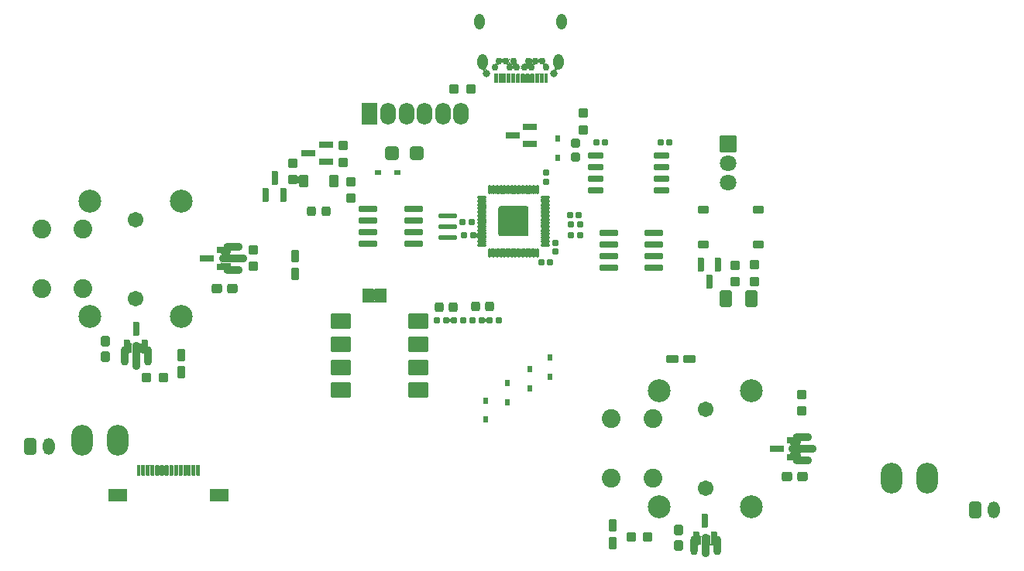
<source format=gbr>
G04 #@! TF.GenerationSoftware,KiCad,Pcbnew,(6.0.7)*
G04 #@! TF.CreationDate,2023-02-24T15:51:34-08:00*
G04 #@! TF.ProjectId,procon_gcc_main_pcb,70726f63-6f6e-45f6-9763-635f6d61696e,rev?*
G04 #@! TF.SameCoordinates,Original*
G04 #@! TF.FileFunction,Soldermask,Top*
G04 #@! TF.FilePolarity,Negative*
%FSLAX46Y46*%
G04 Gerber Fmt 4.6, Leading zero omitted, Abs format (unit mm)*
G04 Created by KiCad (PCBNEW (6.0.7)) date 2023-02-24 15:51:34*
%MOMM*%
%LPD*%
G01*
G04 APERTURE LIST*
G04 Aperture macros list*
%AMRoundRect*
0 Rectangle with rounded corners*
0 $1 Rounding radius*
0 $2 $3 $4 $5 $6 $7 $8 $9 X,Y pos of 4 corners*
0 Add a 4 corners polygon primitive as box body*
4,1,4,$2,$3,$4,$5,$6,$7,$8,$9,$2,$3,0*
0 Add four circle primitives for the rounded corners*
1,1,$1+$1,$2,$3*
1,1,$1+$1,$4,$5*
1,1,$1+$1,$6,$7*
1,1,$1+$1,$8,$9*
0 Add four rect primitives between the rounded corners*
20,1,$1+$1,$2,$3,$4,$5,0*
20,1,$1+$1,$4,$5,$6,$7,0*
20,1,$1+$1,$6,$7,$8,$9,0*
20,1,$1+$1,$8,$9,$2,$3,0*%
%AMFreePoly0*
4,1,16,0.536062,0.786062,0.542435,0.778290,1.042435,0.028290,1.050010,-0.010002,1.042435,-0.028290,0.542435,-0.778290,0.510002,-0.800010,0.500000,-0.801000,-0.500000,-0.801000,-0.536062,-0.786062,-0.551000,-0.750000,-0.551000,0.750000,-0.536062,0.786062,-0.500000,0.801000,0.500000,0.801000,0.536062,0.786062,0.536062,0.786062,$1*%
%AMFreePoly1*
4,1,16,0.536062,0.786062,0.551000,0.750000,0.551000,-0.750000,0.536062,-0.786062,0.500000,-0.801000,-0.650000,-0.801000,-0.686062,-0.786062,-0.701000,-0.750000,-0.692435,-0.721710,-0.211295,0.000000,-0.692435,0.721710,-0.700010,0.760002,-0.678290,0.792435,-0.650000,0.801000,0.500000,0.801000,0.536062,0.786062,0.536062,0.786062,$1*%
G04 Aperture macros list end*
%ADD10O,0.902000X2.102000*%
%ADD11O,0.902000X3.102000*%
%ADD12O,2.102000X0.902000*%
%ADD13O,3.102000X0.902000*%
%ADD14RoundRect,0.288500X-0.237500X0.250000X-0.237500X-0.250000X0.237500X-0.250000X0.237500X0.250000X0*%
%ADD15RoundRect,0.186000X0.135000X0.185000X-0.135000X0.185000X-0.135000X-0.185000X0.135000X-0.185000X0*%
%ADD16RoundRect,0.051000X-0.300000X-0.225000X0.300000X-0.225000X0.300000X0.225000X-0.300000X0.225000X0*%
%ADD17RoundRect,0.051000X0.450000X0.600000X-0.450000X0.600000X-0.450000X-0.600000X0.450000X-0.600000X0*%
%ADD18RoundRect,0.288500X0.237500X-0.250000X0.237500X0.250000X-0.237500X0.250000X-0.237500X-0.250000X0*%
%ADD19RoundRect,0.191000X0.140000X0.170000X-0.140000X0.170000X-0.140000X-0.170000X0.140000X-0.170000X0*%
%ADD20RoundRect,0.051000X0.800000X-1.150000X0.800000X1.150000X-0.800000X1.150000X-0.800000X-1.150000X0*%
%ADD21O,1.702000X2.402000*%
%ADD22RoundRect,0.201000X0.587500X0.150000X-0.587500X0.150000X-0.587500X-0.150000X0.587500X-0.150000X0*%
%ADD23RoundRect,0.288500X0.300000X0.237500X-0.300000X0.237500X-0.300000X-0.237500X0.300000X-0.237500X0*%
%ADD24RoundRect,0.201000X-0.150000X0.587500X-0.150000X-0.587500X0.150000X-0.587500X0.150000X0.587500X0*%
%ADD25RoundRect,0.191000X-0.140000X-0.170000X0.140000X-0.170000X0.140000X0.170000X-0.140000X0.170000X0*%
%ADD26RoundRect,0.051000X0.225000X-0.300000X0.225000X0.300000X-0.225000X0.300000X-0.225000X-0.300000X0*%
%ADD27RoundRect,0.201000X-0.825000X-0.150000X0.825000X-0.150000X0.825000X0.150000X-0.825000X0.150000X0*%
%ADD28RoundRect,0.051000X-0.225000X0.300000X-0.225000X-0.300000X0.225000X-0.300000X0.225000X0.300000X0*%
%ADD29RoundRect,0.051000X0.375000X-0.600000X0.375000X0.600000X-0.375000X0.600000X-0.375000X-0.600000X0*%
%ADD30FreePoly0,0.000000*%
%ADD31FreePoly1,0.000000*%
%ADD32C,1.702000*%
%ADD33C,2.503200*%
%ADD34C,2.053200*%
%ADD35RoundRect,0.301000X-0.350000X-0.625000X0.350000X-0.625000X0.350000X0.625000X-0.350000X0.625000X0*%
%ADD36O,1.302000X1.852000*%
%ADD37RoundRect,0.051000X-0.375000X0.600000X-0.375000X-0.600000X0.375000X-0.600000X0.375000X0.600000X0*%
%ADD38O,0.802000X2.102000*%
%ADD39O,0.902000X2.602000*%
%ADD40O,2.352000X3.352000*%
%ADD41RoundRect,0.301000X0.375000X0.625000X-0.375000X0.625000X-0.375000X-0.625000X0.375000X-0.625000X0*%
%ADD42RoundRect,0.201000X0.150000X-0.587500X0.150000X0.587500X-0.150000X0.587500X-0.150000X-0.587500X0*%
%ADD43RoundRect,0.276000X0.250000X-0.225000X0.250000X0.225000X-0.250000X0.225000X-0.250000X-0.225000X0*%
%ADD44RoundRect,0.276000X0.225000X0.250000X-0.225000X0.250000X-0.225000X-0.250000X0.225000X-0.250000X0*%
%ADD45RoundRect,0.101000X-0.050000X0.387500X-0.050000X-0.387500X0.050000X-0.387500X0.050000X0.387500X0*%
%ADD46RoundRect,0.101000X-0.387500X0.050000X-0.387500X-0.050000X0.387500X-0.050000X0.387500X0.050000X0*%
%ADD47RoundRect,0.195000X-1.456000X1.456000X-1.456000X-1.456000X1.456000X-1.456000X1.456000X1.456000X0*%
%ADD48RoundRect,0.051000X-0.950000X0.200000X-0.950000X-0.200000X0.950000X-0.200000X0.950000X0.200000X0*%
%ADD49RoundRect,0.191000X0.170000X-0.140000X0.170000X0.140000X-0.170000X0.140000X-0.170000X-0.140000X0*%
%ADD50RoundRect,0.288500X-0.250000X-0.237500X0.250000X-0.237500X0.250000X0.237500X-0.250000X0.237500X0*%
%ADD51RoundRect,0.288500X0.237500X-0.300000X0.237500X0.300000X-0.237500X0.300000X-0.237500X-0.300000X0*%
%ADD52RoundRect,0.051000X0.500000X0.375000X-0.500000X0.375000X-0.500000X-0.375000X0.500000X-0.375000X0*%
%ADD53RoundRect,0.201000X0.825000X0.150000X-0.825000X0.150000X-0.825000X-0.150000X0.825000X-0.150000X0*%
%ADD54RoundRect,0.051000X-0.850000X-0.850000X0.850000X-0.850000X0.850000X0.850000X-0.850000X0.850000X0*%
%ADD55C,1.802000*%
%ADD56RoundRect,0.051000X-1.050000X0.800000X-1.050000X-0.800000X1.050000X-0.800000X1.050000X0.800000X0*%
%ADD57RoundRect,0.191000X-0.170000X0.140000X-0.170000X-0.140000X0.170000X-0.140000X0.170000X0.140000X0*%
%ADD58RoundRect,0.051000X1.000000X-0.650000X1.000000X0.650000X-1.000000X0.650000X-1.000000X-0.650000X0*%
%ADD59RoundRect,0.051000X0.150000X-0.500000X0.150000X0.500000X-0.150000X0.500000X-0.150000X-0.500000X0*%
%ADD60C,0.802000*%
%ADD61RoundRect,0.051000X0.150000X0.450000X-0.150000X0.450000X-0.150000X-0.450000X0.150000X-0.450000X0*%
%ADD62C,0.752000*%
%ADD63O,1.102000X1.702000*%
%ADD64RoundRect,0.201000X-0.650000X-0.150000X0.650000X-0.150000X0.650000X0.150000X-0.650000X0.150000X0*%
%ADD65RoundRect,0.301000X-0.450000X-0.425000X0.450000X-0.425000X0.450000X0.425000X-0.450000X0.425000X0*%
%ADD66RoundRect,0.186000X-0.135000X-0.185000X0.135000X-0.185000X0.135000X0.185000X-0.135000X0.185000X0*%
%ADD67RoundRect,0.288500X0.250000X0.237500X-0.250000X0.237500X-0.250000X-0.237500X0.250000X-0.237500X0*%
%ADD68RoundRect,0.051000X0.600000X0.375000X-0.600000X0.375000X-0.600000X-0.375000X0.600000X-0.375000X0*%
G04 APERTURE END LIST*
D10*
X95149000Y-129394000D03*
D11*
X96419000Y-129394000D03*
D10*
X97689000Y-129394000D03*
D12*
X107019000Y-120064000D03*
D13*
X107019000Y-118794000D03*
D12*
X107019000Y-117524000D03*
D14*
X113538000Y-108307500D03*
X113538000Y-110132500D03*
D15*
X144960000Y-115050000D03*
X143940000Y-115050000D03*
D16*
X122860000Y-109340000D03*
X124960000Y-109340000D03*
D17*
X118050000Y-110250000D03*
X114750000Y-110250000D03*
D18*
X161925000Y-121305000D03*
X161925000Y-119480000D03*
D14*
X169184000Y-133621500D03*
X169184000Y-135446500D03*
D19*
X133250000Y-116240000D03*
X132290000Y-116240000D03*
D20*
X121970000Y-102930000D03*
D21*
X123970000Y-102930000D03*
X125970000Y-102930000D03*
X127970000Y-102930000D03*
X129970000Y-102930000D03*
X131970000Y-102930000D03*
D22*
X106027500Y-119720000D03*
X106027500Y-117820000D03*
X104152500Y-118770000D03*
D23*
X106986500Y-122044000D03*
X105261500Y-122044000D03*
D24*
X160075000Y-119455000D03*
X158175000Y-119455000D03*
X159125000Y-121330000D03*
D25*
X153770000Y-106025000D03*
X154730000Y-106025000D03*
D22*
X139437500Y-106250000D03*
X139437500Y-104350000D03*
X137562500Y-105300000D03*
D26*
X142500000Y-107770000D03*
X142500000Y-105670000D03*
D27*
X121800000Y-113295000D03*
X121800000Y-114565000D03*
X121800000Y-115835000D03*
X121800000Y-117105000D03*
X126750000Y-117105000D03*
X126750000Y-115835000D03*
X126750000Y-114565000D03*
X126750000Y-113295000D03*
D28*
X137000000Y-132410000D03*
X137000000Y-134510000D03*
D15*
X132190000Y-125510000D03*
X131170000Y-125510000D03*
D29*
X113800000Y-120430000D03*
X113800000Y-118530000D03*
D30*
X121775000Y-122849999D03*
D31*
X123225000Y-122849999D03*
D15*
X136090000Y-125520000D03*
X135070000Y-125520000D03*
D23*
X169306500Y-142654000D03*
X167581500Y-142654000D03*
D32*
X158644000Y-143869000D03*
X158644000Y-135269000D03*
D33*
X163644000Y-133244000D03*
X163644000Y-145894000D03*
X153644000Y-133244000D03*
X153644000Y-145894000D03*
D34*
X152894000Y-136319000D03*
X148394000Y-136319000D03*
X152894000Y-142819000D03*
X148394000Y-142819000D03*
D35*
X84870000Y-139330000D03*
D36*
X86870000Y-139330000D03*
D37*
X148540000Y-147990000D03*
X148540000Y-149890000D03*
D18*
X164050000Y-121280000D03*
X164050000Y-119455000D03*
D38*
X157374000Y-150169000D03*
D39*
X158644000Y-150169000D03*
D10*
X159914000Y-150169000D03*
D12*
X169244000Y-140839000D03*
D13*
X169244000Y-139569000D03*
D12*
X169244000Y-138299000D03*
D40*
X178969000Y-142769000D03*
X182869000Y-142769000D03*
D41*
X163650000Y-123192500D03*
X160850000Y-123192500D03*
D42*
X110625000Y-111837500D03*
X112525000Y-111837500D03*
X111575000Y-109962500D03*
D15*
X144935000Y-116225000D03*
X143915000Y-116225000D03*
D43*
X144460000Y-107665000D03*
X144460000Y-106115000D03*
D15*
X130340000Y-125500000D03*
X129320000Y-125500000D03*
D25*
X140700000Y-119180000D03*
X141660000Y-119180000D03*
D44*
X131100000Y-124050000D03*
X129550000Y-124050000D03*
D25*
X146720000Y-106050000D03*
X147680000Y-106050000D03*
D45*
X140295000Y-111246079D03*
X139895000Y-111246079D03*
X139495000Y-111246079D03*
X139095000Y-111246079D03*
X138695000Y-111246079D03*
X138295000Y-111246079D03*
X137895000Y-111246079D03*
X137495000Y-111246079D03*
X137095000Y-111246079D03*
X136695000Y-111246079D03*
X136295000Y-111246079D03*
X135895000Y-111246079D03*
X135495000Y-111246079D03*
X135095000Y-111246079D03*
D46*
X134257500Y-112083579D03*
X134257500Y-112483579D03*
X134257500Y-112883579D03*
X134257500Y-113283579D03*
X134257500Y-113683579D03*
X134257500Y-114083579D03*
X134257500Y-114483579D03*
X134257500Y-114883579D03*
X134257500Y-115283579D03*
X134257500Y-115683579D03*
X134257500Y-116083579D03*
X134257500Y-116483579D03*
X134257500Y-116883579D03*
X134257500Y-117283579D03*
D45*
X135095000Y-118121079D03*
X135495000Y-118121079D03*
X135895000Y-118121079D03*
X136295000Y-118121079D03*
X136695000Y-118121079D03*
X137095000Y-118121079D03*
X137495000Y-118121079D03*
X137895000Y-118121079D03*
X138295000Y-118121079D03*
X138695000Y-118121079D03*
X139095000Y-118121079D03*
X139495000Y-118121079D03*
X139895000Y-118121079D03*
X140295000Y-118121079D03*
D46*
X141132500Y-117283579D03*
X141132500Y-116883579D03*
X141132500Y-116483579D03*
X141132500Y-116083579D03*
X141132500Y-115683579D03*
X141132500Y-115283579D03*
X141132500Y-114883579D03*
X141132500Y-114483579D03*
X141132500Y-114083579D03*
X141132500Y-113683579D03*
X141132500Y-113283579D03*
X141132500Y-112883579D03*
X141132500Y-112483579D03*
X141132500Y-112083579D03*
D47*
X137695000Y-114683579D03*
D48*
X130500000Y-114075000D03*
X130500000Y-116475000D03*
X130500000Y-115275000D03*
D44*
X135075000Y-124025000D03*
X133525000Y-124025000D03*
D49*
X141250000Y-110330000D03*
X141250000Y-109370000D03*
D32*
X96394000Y-123119000D03*
X96394000Y-114519000D03*
D33*
X101394000Y-112494000D03*
X101394000Y-125144000D03*
X91394000Y-112494000D03*
X91394000Y-125144000D03*
D34*
X90644000Y-115569000D03*
X86144000Y-115569000D03*
X90644000Y-122069000D03*
X86144000Y-122069000D03*
D50*
X150541500Y-149234000D03*
X152366500Y-149234000D03*
D51*
X155724000Y-150186500D03*
X155724000Y-148461500D03*
D52*
X164442500Y-117195000D03*
X158442500Y-117195000D03*
X164442500Y-113445000D03*
X158442500Y-113445000D03*
D28*
X139430000Y-130880000D03*
X139430000Y-132980000D03*
D53*
X153015000Y-119795000D03*
X153015000Y-118525000D03*
X153015000Y-117255000D03*
X153015000Y-115985000D03*
X148065000Y-115985000D03*
X148065000Y-117255000D03*
X148065000Y-118525000D03*
X148065000Y-119795000D03*
D51*
X93054000Y-129534000D03*
X93054000Y-127809000D03*
D18*
X109200000Y-119619000D03*
X109200000Y-117794000D03*
D54*
X161100000Y-106250000D03*
D55*
X161100000Y-108325000D03*
X161100000Y-110425000D03*
D29*
X101325000Y-131225000D03*
X101325000Y-129325000D03*
D19*
X144830000Y-113975000D03*
X143870000Y-113975000D03*
D44*
X117165000Y-113580000D03*
X115615000Y-113580000D03*
D42*
X95470000Y-128367500D03*
X97370000Y-128367500D03*
X96420000Y-126492500D03*
D56*
X118800000Y-125575000D03*
X118800000Y-128125000D03*
X118800000Y-130665000D03*
X118800000Y-133175000D03*
X127300000Y-125575000D03*
X127300000Y-128125000D03*
X127300000Y-130665000D03*
X127300000Y-133175000D03*
D40*
X94450000Y-138690000D03*
X90550000Y-138690000D03*
D57*
X142240000Y-117030000D03*
X142240000Y-117990000D03*
D58*
X105550000Y-144625000D03*
X94450000Y-144625000D03*
D59*
X96750000Y-141925000D03*
X97250000Y-141925000D03*
X97750000Y-141925000D03*
X98250000Y-141925000D03*
X98750000Y-141925000D03*
X99250000Y-141925000D03*
X99750000Y-141925000D03*
X100250000Y-141925000D03*
X100750000Y-141925000D03*
X101250000Y-141925000D03*
X101750000Y-141925000D03*
X102250000Y-141925000D03*
X102750000Y-141925000D03*
X103250000Y-141925000D03*
D15*
X134190000Y-125510000D03*
X133170000Y-125510000D03*
D22*
X117162500Y-108200000D03*
X117162500Y-106300000D03*
X115287500Y-107250000D03*
D60*
X142060000Y-98475000D03*
X134710000Y-98475000D03*
D61*
X141210000Y-99035000D03*
X140710000Y-99035000D03*
X140210000Y-99035000D03*
X139710000Y-99035000D03*
X139210000Y-99035000D03*
X138710000Y-99035000D03*
X138210000Y-99035000D03*
X137710000Y-99035000D03*
X137210000Y-99035000D03*
X136710000Y-99035000D03*
X136210000Y-99035000D03*
X135710000Y-99035000D03*
D62*
X135660000Y-97825000D03*
X136060000Y-97125000D03*
X136860000Y-97125000D03*
X137260000Y-97825000D03*
X137660000Y-97125000D03*
X138060000Y-97825000D03*
X138860000Y-97825000D03*
X139260000Y-97125000D03*
X139660000Y-97825000D03*
X140060000Y-97125000D03*
X140860000Y-97125000D03*
X141260000Y-97825000D03*
D63*
X133970000Y-92835000D03*
X142590000Y-97225000D03*
X134330000Y-97225000D03*
X142950000Y-92835000D03*
D64*
X146675000Y-107520000D03*
X146675000Y-108790000D03*
X146675000Y-110060000D03*
X146675000Y-111330000D03*
X153875000Y-111330000D03*
X153875000Y-110060000D03*
X153875000Y-108790000D03*
X153875000Y-107520000D03*
D65*
X124397500Y-107270000D03*
X127097500Y-107270000D03*
D66*
X132065000Y-114775000D03*
X133085000Y-114775000D03*
D67*
X99416500Y-131824000D03*
X97591500Y-131824000D03*
D28*
X134620000Y-134300000D03*
X134620000Y-136400000D03*
D35*
X188150000Y-146280000D03*
D36*
X190150000Y-146280000D03*
D18*
X119050000Y-108237500D03*
X119050000Y-106412500D03*
D67*
X133012500Y-100240000D03*
X131187500Y-100240000D03*
D42*
X157680000Y-149367500D03*
X159580000Y-149367500D03*
X158630000Y-147492500D03*
D18*
X119875000Y-112162500D03*
X119875000Y-110337500D03*
D28*
X141630000Y-129620000D03*
X141630000Y-131720000D03*
D68*
X156906000Y-129794000D03*
X155006000Y-129794000D03*
D14*
X145330000Y-102837500D03*
X145330000Y-104662500D03*
D22*
X168317500Y-140510000D03*
X168317500Y-138610000D03*
X166442500Y-139560000D03*
G36*
X159230170Y-148978776D02*
G01*
X159231000Y-148980398D01*
X159231000Y-149954801D01*
X159246185Y-150031140D01*
X159289314Y-150095686D01*
X159307886Y-150108096D01*
X159308482Y-150109303D01*
X159310091Y-150109569D01*
X159328172Y-150121651D01*
X159329057Y-150123445D01*
X159327946Y-150125108D01*
X159326216Y-150125127D01*
X159314975Y-150119885D01*
X159314406Y-150119486D01*
X159307566Y-150112646D01*
X159307271Y-150111545D01*
X159305817Y-150111514D01*
X159246127Y-150078922D01*
X159177045Y-150083862D01*
X159121601Y-150125367D01*
X159097305Y-150190505D01*
X159096999Y-150199098D01*
X159095938Y-150200794D01*
X159093939Y-150200722D01*
X159093000Y-150199027D01*
X159093000Y-149319151D01*
X159073130Y-149186983D01*
X159015339Y-149066635D01*
X159015220Y-149066506D01*
X159014780Y-149064555D01*
X159016250Y-149063199D01*
X159017869Y-149063535D01*
X159062420Y-149096066D01*
X159131555Y-149100185D01*
X159191942Y-149066272D01*
X159224501Y-149004922D01*
X159227010Y-148980196D01*
X159228180Y-148978574D01*
X159230170Y-148978776D01*
G37*
G36*
X158032919Y-149016329D02*
G01*
X158052595Y-149083341D01*
X158104938Y-149128696D01*
X158173491Y-149138553D01*
X158236666Y-149109701D01*
X158253641Y-149091685D01*
X158282800Y-149053684D01*
X158284648Y-149052919D01*
X158286235Y-149054137D01*
X158286032Y-149056039D01*
X158240807Y-149121476D01*
X158200529Y-149248833D01*
X158195000Y-149319081D01*
X158195000Y-150171027D01*
X158194000Y-150172759D01*
X158192000Y-150172759D01*
X158191081Y-150171590D01*
X158171404Y-150104575D01*
X158119061Y-150059220D01*
X158050508Y-150049363D01*
X157987269Y-150078244D01*
X157986786Y-150078693D01*
X157984837Y-150079141D01*
X157983475Y-150077677D01*
X157983761Y-150076118D01*
X158013815Y-150031140D01*
X158029000Y-149954801D01*
X158029000Y-149016892D01*
X158030000Y-149015160D01*
X158032000Y-149015160D01*
X158032919Y-149016329D01*
G37*
G36*
X97064633Y-141388517D02*
G01*
X97065197Y-141390436D01*
X97064916Y-141391075D01*
X97054767Y-141406263D01*
X97051000Y-141425199D01*
X97051000Y-142424801D01*
X97054767Y-142443738D01*
X97064814Y-142458773D01*
X97064945Y-142460768D01*
X97063282Y-142461880D01*
X97062553Y-142461793D01*
X97002212Y-142442898D01*
X96937310Y-142461955D01*
X96935367Y-142461483D01*
X96934803Y-142459564D01*
X96935084Y-142458925D01*
X96945233Y-142443737D01*
X96949000Y-142424801D01*
X96949000Y-141425199D01*
X96945233Y-141406262D01*
X96935186Y-141391227D01*
X96935055Y-141389232D01*
X96936718Y-141388120D01*
X96937447Y-141388207D01*
X96997788Y-141407102D01*
X97062690Y-141388045D01*
X97064633Y-141388517D01*
G37*
G36*
X100564633Y-141388517D02*
G01*
X100565197Y-141390436D01*
X100564916Y-141391075D01*
X100554767Y-141406263D01*
X100551000Y-141425199D01*
X100551000Y-142424801D01*
X100554767Y-142443738D01*
X100564814Y-142458773D01*
X100564945Y-142460768D01*
X100563282Y-142461880D01*
X100562553Y-142461793D01*
X100502212Y-142442898D01*
X100437310Y-142461955D01*
X100435367Y-142461483D01*
X100434803Y-142459564D01*
X100435084Y-142458925D01*
X100445233Y-142443737D01*
X100449000Y-142424801D01*
X100449000Y-141425199D01*
X100445233Y-141406262D01*
X100435186Y-141391227D01*
X100435055Y-141389232D01*
X100436718Y-141388120D01*
X100437447Y-141388207D01*
X100497788Y-141407102D01*
X100562690Y-141388045D01*
X100564633Y-141388517D01*
G37*
G36*
X102064633Y-141388517D02*
G01*
X102065197Y-141390436D01*
X102064916Y-141391075D01*
X102054767Y-141406263D01*
X102051000Y-141425199D01*
X102051000Y-142424801D01*
X102054767Y-142443738D01*
X102064814Y-142458773D01*
X102064945Y-142460768D01*
X102063282Y-142461880D01*
X102062553Y-142461793D01*
X102002212Y-142442898D01*
X101937310Y-142461955D01*
X101935367Y-142461483D01*
X101934803Y-142459564D01*
X101935084Y-142458925D01*
X101945233Y-142443737D01*
X101949000Y-142424801D01*
X101949000Y-141425199D01*
X101945233Y-141406262D01*
X101935186Y-141391227D01*
X101935055Y-141389232D01*
X101936718Y-141388120D01*
X101937447Y-141388207D01*
X101997788Y-141407102D01*
X102062690Y-141388045D01*
X102064633Y-141388517D01*
G37*
G36*
X103064633Y-141388517D02*
G01*
X103065197Y-141390436D01*
X103064916Y-141391075D01*
X103054767Y-141406263D01*
X103051000Y-141425199D01*
X103051000Y-142424801D01*
X103054767Y-142443738D01*
X103064814Y-142458773D01*
X103064945Y-142460768D01*
X103063282Y-142461880D01*
X103062553Y-142461793D01*
X103002212Y-142442898D01*
X102937310Y-142461955D01*
X102935367Y-142461483D01*
X102934803Y-142459564D01*
X102935084Y-142458925D01*
X102945233Y-142443737D01*
X102949000Y-142424801D01*
X102949000Y-141425199D01*
X102945233Y-141406262D01*
X102935186Y-141391227D01*
X102935055Y-141389232D01*
X102936718Y-141388120D01*
X102937447Y-141388207D01*
X102997788Y-141407102D01*
X103062690Y-141388045D01*
X103064633Y-141388517D01*
G37*
G36*
X98564633Y-141388517D02*
G01*
X98565197Y-141390436D01*
X98564916Y-141391075D01*
X98554767Y-141406263D01*
X98551000Y-141425199D01*
X98551000Y-142424801D01*
X98554767Y-142443738D01*
X98564814Y-142458773D01*
X98564945Y-142460768D01*
X98563282Y-142461880D01*
X98562553Y-142461793D01*
X98502212Y-142442898D01*
X98437310Y-142461955D01*
X98435367Y-142461483D01*
X98434803Y-142459564D01*
X98435084Y-142458925D01*
X98445233Y-142443737D01*
X98449000Y-142424801D01*
X98449000Y-141425199D01*
X98445233Y-141406262D01*
X98435186Y-141391227D01*
X98435055Y-141389232D01*
X98436718Y-141388120D01*
X98437447Y-141388207D01*
X98497788Y-141407102D01*
X98562690Y-141388045D01*
X98564633Y-141388517D01*
G37*
G36*
X99564633Y-141388517D02*
G01*
X99565197Y-141390436D01*
X99564916Y-141391075D01*
X99554767Y-141406263D01*
X99551000Y-141425199D01*
X99551000Y-142424801D01*
X99554767Y-142443738D01*
X99564814Y-142458773D01*
X99564945Y-142460768D01*
X99563282Y-142461880D01*
X99562553Y-142461793D01*
X99502212Y-142442898D01*
X99437310Y-142461955D01*
X99435367Y-142461483D01*
X99434803Y-142459564D01*
X99435084Y-142458925D01*
X99445233Y-142443737D01*
X99449000Y-142424801D01*
X99449000Y-141425199D01*
X99445233Y-141406262D01*
X99435186Y-141391227D01*
X99435055Y-141389232D01*
X99436718Y-141388120D01*
X99437447Y-141388207D01*
X99497788Y-141407102D01*
X99562690Y-141388045D01*
X99564633Y-141388517D01*
G37*
G36*
X98064633Y-141388517D02*
G01*
X98065197Y-141390436D01*
X98064916Y-141391075D01*
X98054767Y-141406263D01*
X98051000Y-141425199D01*
X98051000Y-142424801D01*
X98054767Y-142443738D01*
X98064814Y-142458773D01*
X98064945Y-142460768D01*
X98063282Y-142461880D01*
X98062553Y-142461793D01*
X98002212Y-142442898D01*
X97937310Y-142461955D01*
X97935367Y-142461483D01*
X97934803Y-142459564D01*
X97935084Y-142458925D01*
X97945233Y-142443737D01*
X97949000Y-142424801D01*
X97949000Y-141425199D01*
X97945233Y-141406262D01*
X97935186Y-141391227D01*
X97935055Y-141389232D01*
X97936718Y-141388120D01*
X97937447Y-141388207D01*
X97997788Y-141407102D01*
X98062690Y-141388045D01*
X98064633Y-141388517D01*
G37*
G36*
X99064633Y-141388517D02*
G01*
X99065197Y-141390436D01*
X99064916Y-141391075D01*
X99054767Y-141406263D01*
X99051000Y-141425199D01*
X99051000Y-142424801D01*
X99054767Y-142443738D01*
X99064814Y-142458773D01*
X99064945Y-142460768D01*
X99063282Y-142461880D01*
X99062553Y-142461793D01*
X99002212Y-142442898D01*
X98937310Y-142461955D01*
X98935367Y-142461483D01*
X98934803Y-142459564D01*
X98935084Y-142458925D01*
X98945233Y-142443737D01*
X98949000Y-142424801D01*
X98949000Y-141425199D01*
X98945233Y-141406262D01*
X98935186Y-141391227D01*
X98935055Y-141389232D01*
X98936718Y-141388120D01*
X98937447Y-141388207D01*
X98997788Y-141407102D01*
X99062690Y-141388045D01*
X99064633Y-141388517D01*
G37*
G36*
X102564633Y-141388517D02*
G01*
X102565197Y-141390436D01*
X102564916Y-141391075D01*
X102554767Y-141406263D01*
X102551000Y-141425199D01*
X102551000Y-142424801D01*
X102554767Y-142443738D01*
X102564814Y-142458773D01*
X102564945Y-142460768D01*
X102563282Y-142461880D01*
X102562553Y-142461793D01*
X102502212Y-142442898D01*
X102437310Y-142461955D01*
X102435367Y-142461483D01*
X102434803Y-142459564D01*
X102435084Y-142458925D01*
X102445233Y-142443737D01*
X102449000Y-142424801D01*
X102449000Y-141425199D01*
X102445233Y-141406262D01*
X102435186Y-141391227D01*
X102435055Y-141389232D01*
X102436718Y-141388120D01*
X102437447Y-141388207D01*
X102497788Y-141407102D01*
X102562690Y-141388045D01*
X102564633Y-141388517D01*
G37*
G36*
X100064633Y-141388517D02*
G01*
X100065197Y-141390436D01*
X100064916Y-141391075D01*
X100054767Y-141406263D01*
X100051000Y-141425199D01*
X100051000Y-142424801D01*
X100054767Y-142443738D01*
X100064814Y-142458773D01*
X100064945Y-142460768D01*
X100063282Y-142461880D01*
X100062553Y-142461793D01*
X100002212Y-142442898D01*
X99937310Y-142461955D01*
X99935367Y-142461483D01*
X99934803Y-142459564D01*
X99935084Y-142458925D01*
X99945233Y-142443737D01*
X99949000Y-142424801D01*
X99949000Y-141425199D01*
X99945233Y-141406262D01*
X99935186Y-141391227D01*
X99935055Y-141389232D01*
X99936718Y-141388120D01*
X99937447Y-141388207D01*
X99997788Y-141407102D01*
X100062690Y-141388045D01*
X100064633Y-141388517D01*
G37*
G36*
X97564633Y-141388517D02*
G01*
X97565197Y-141390436D01*
X97564916Y-141391075D01*
X97554767Y-141406263D01*
X97551000Y-141425199D01*
X97551000Y-142424801D01*
X97554767Y-142443738D01*
X97564814Y-142458773D01*
X97564945Y-142460768D01*
X97563282Y-142461880D01*
X97562553Y-142461793D01*
X97502212Y-142442898D01*
X97437310Y-142461955D01*
X97435367Y-142461483D01*
X97434803Y-142459564D01*
X97435084Y-142458925D01*
X97445233Y-142443737D01*
X97449000Y-142424801D01*
X97449000Y-141425199D01*
X97445233Y-141406262D01*
X97435186Y-141391227D01*
X97435055Y-141389232D01*
X97436718Y-141388120D01*
X97437447Y-141388207D01*
X97497788Y-141407102D01*
X97562690Y-141388045D01*
X97564633Y-141388517D01*
G37*
G36*
X101564633Y-141388517D02*
G01*
X101565197Y-141390436D01*
X101564916Y-141391075D01*
X101554767Y-141406263D01*
X101551000Y-141425199D01*
X101551000Y-142424801D01*
X101554767Y-142443738D01*
X101564814Y-142458773D01*
X101564945Y-142460768D01*
X101563282Y-142461880D01*
X101562553Y-142461793D01*
X101502212Y-142442898D01*
X101437310Y-142461955D01*
X101435367Y-142461483D01*
X101434803Y-142459564D01*
X101435084Y-142458925D01*
X101445233Y-142443737D01*
X101449000Y-142424801D01*
X101449000Y-141425199D01*
X101445233Y-141406262D01*
X101435186Y-141391227D01*
X101435055Y-141389232D01*
X101436718Y-141388120D01*
X101437447Y-141388207D01*
X101497788Y-141407102D01*
X101562690Y-141388045D01*
X101564633Y-141388517D01*
G37*
G36*
X101064633Y-141388517D02*
G01*
X101065197Y-141390436D01*
X101064916Y-141391075D01*
X101054767Y-141406263D01*
X101051000Y-141425199D01*
X101051000Y-142424801D01*
X101054767Y-142443738D01*
X101064814Y-142458773D01*
X101064945Y-142460768D01*
X101063282Y-142461880D01*
X101062553Y-142461793D01*
X101002212Y-142442898D01*
X100937310Y-142461955D01*
X100935367Y-142461483D01*
X100934803Y-142459564D01*
X100935084Y-142458925D01*
X100945233Y-142443737D01*
X100949000Y-142424801D01*
X100949000Y-141425199D01*
X100945233Y-141406262D01*
X100935186Y-141391227D01*
X100935055Y-141389232D01*
X100936718Y-141388120D01*
X100937447Y-141388207D01*
X100997788Y-141407102D01*
X101062690Y-141388045D01*
X101064633Y-141388517D01*
G37*
G36*
X167881029Y-139926961D02*
G01*
X167946476Y-139972193D01*
X168073833Y-140012471D01*
X168144081Y-140018000D01*
X169144027Y-140018000D01*
X169145759Y-140019000D01*
X169145759Y-140021000D01*
X169144590Y-140021919D01*
X169077575Y-140041596D01*
X169032220Y-140093939D01*
X169022363Y-140162492D01*
X169046541Y-140215433D01*
X169046351Y-140217424D01*
X169044532Y-140218255D01*
X169043611Y-140217927D01*
X168981140Y-140176185D01*
X168904801Y-140161000D01*
X167811918Y-140161000D01*
X167810186Y-140160000D01*
X167810186Y-140158000D01*
X167811355Y-140157081D01*
X167878367Y-140137405D01*
X167923722Y-140085062D01*
X167933579Y-140016509D01*
X167904727Y-139953332D01*
X167886711Y-139936359D01*
X167878675Y-139930193D01*
X167877909Y-139928345D01*
X167879127Y-139926758D01*
X167881029Y-139926961D01*
G37*
G36*
X169036321Y-138910552D02*
G01*
X169036080Y-138911641D01*
X169005922Y-138966873D01*
X169010862Y-139035955D01*
X169052367Y-139091399D01*
X169117505Y-139115695D01*
X169126098Y-139116001D01*
X169127794Y-139117062D01*
X169127722Y-139119061D01*
X169126027Y-139120000D01*
X168144151Y-139120000D01*
X168011983Y-139139870D01*
X167909716Y-139188979D01*
X167907722Y-139188827D01*
X167906856Y-139187024D01*
X167907632Y-139185589D01*
X167910023Y-139183754D01*
X167951040Y-139127580D01*
X167955159Y-139058445D01*
X167921246Y-138998058D01*
X167859895Y-138965499D01*
X167835170Y-138962990D01*
X167833548Y-138961820D01*
X167833750Y-138959830D01*
X167835372Y-138959000D01*
X168904801Y-138959000D01*
X168981140Y-138943815D01*
X169033214Y-138909020D01*
X169035210Y-138908889D01*
X169036321Y-138910552D01*
G37*
G36*
X95822919Y-127971781D02*
G01*
X95842595Y-128038793D01*
X95894938Y-128084148D01*
X95963491Y-128094005D01*
X96026666Y-128065153D01*
X96043642Y-128047136D01*
X96057799Y-128028686D01*
X96059647Y-128027921D01*
X96061234Y-128029139D01*
X96061031Y-128031041D01*
X96015807Y-128096476D01*
X95975529Y-128223833D01*
X95970000Y-128294081D01*
X95970000Y-129186027D01*
X95969000Y-129187759D01*
X95967000Y-129187759D01*
X95966081Y-129186590D01*
X95946404Y-129119575D01*
X95894061Y-129074220D01*
X95825508Y-129064363D01*
X95768746Y-129090286D01*
X95766755Y-129090096D01*
X95765924Y-129088277D01*
X95766252Y-129087356D01*
X95803815Y-129031140D01*
X95819000Y-128954801D01*
X95819000Y-127972344D01*
X95820000Y-127970612D01*
X95822000Y-127970612D01*
X95822919Y-127971781D01*
G37*
G36*
X97020170Y-127973324D02*
G01*
X97021000Y-127974946D01*
X97021000Y-128954801D01*
X97036185Y-129031140D01*
X97074801Y-129088932D01*
X97074932Y-129090928D01*
X97073269Y-129092039D01*
X97072180Y-129091798D01*
X97021127Y-129063922D01*
X96952045Y-129068862D01*
X96896601Y-129110367D01*
X96872305Y-129175505D01*
X96871999Y-129184098D01*
X96870938Y-129185794D01*
X96868939Y-129185722D01*
X96868000Y-129184027D01*
X96868000Y-128294151D01*
X96848130Y-128161983D01*
X96796481Y-128054426D01*
X96796633Y-128052432D01*
X96798436Y-128051566D01*
X96799463Y-128051945D01*
X96852420Y-128090614D01*
X96921555Y-128094733D01*
X96981942Y-128060820D01*
X97014501Y-127999469D01*
X97017010Y-127974744D01*
X97018180Y-127973122D01*
X97020170Y-127973324D01*
G37*
G36*
X130650618Y-125253844D02*
G01*
X130689693Y-125299897D01*
X130755939Y-125320099D01*
X130822580Y-125301281D01*
X130860714Y-125257194D01*
X130862604Y-125256538D01*
X130864116Y-125257846D01*
X130864189Y-125258892D01*
X130851000Y-125325199D01*
X130851000Y-125694801D01*
X130862869Y-125754472D01*
X130862226Y-125756366D01*
X130860264Y-125756756D01*
X130859382Y-125756156D01*
X130820307Y-125710103D01*
X130754061Y-125689901D01*
X130687420Y-125708719D01*
X130649286Y-125752806D01*
X130647396Y-125753462D01*
X130645884Y-125752154D01*
X130645811Y-125751108D01*
X130659000Y-125684801D01*
X130659000Y-125315199D01*
X130647131Y-125255528D01*
X130647774Y-125253634D01*
X130649736Y-125253244D01*
X130650618Y-125253844D01*
G37*
G36*
X134503283Y-125276201D02*
G01*
X134507426Y-125285528D01*
X134507584Y-125286107D01*
X134508368Y-125292785D01*
X134535618Y-125356785D01*
X134592893Y-125395723D01*
X134662127Y-125397516D01*
X134721315Y-125361607D01*
X134743653Y-125312640D01*
X134745282Y-125311479D01*
X134745573Y-125311526D01*
X134756673Y-125286418D01*
X134758288Y-125285239D01*
X134760117Y-125286047D01*
X134760464Y-125287617D01*
X134751000Y-125335199D01*
X134751000Y-125704801D01*
X134760507Y-125752597D01*
X134759864Y-125754491D01*
X134757902Y-125754881D01*
X134756717Y-125753799D01*
X134752574Y-125744472D01*
X134752416Y-125743893D01*
X134751632Y-125737215D01*
X134724382Y-125673215D01*
X134667107Y-125634277D01*
X134597873Y-125632484D01*
X134538685Y-125668393D01*
X134516347Y-125717360D01*
X134514718Y-125718521D01*
X134514427Y-125718474D01*
X134503327Y-125743582D01*
X134501712Y-125744761D01*
X134499883Y-125743953D01*
X134499536Y-125742383D01*
X134509000Y-125694801D01*
X134509000Y-125325199D01*
X134499493Y-125277403D01*
X134500136Y-125275509D01*
X134502098Y-125275119D01*
X134503283Y-125276201D01*
G37*
G36*
X122532149Y-122076901D02*
G01*
X122532064Y-122078184D01*
X122526990Y-122090397D01*
X122526970Y-122109500D01*
X122534340Y-122127346D01*
X123015369Y-122848890D01*
X123015498Y-122850885D01*
X123015369Y-122851108D01*
X122534283Y-123572736D01*
X122529787Y-123581161D01*
X122526040Y-123599999D01*
X122529298Y-123616380D01*
X122528655Y-123618274D01*
X122526693Y-123618664D01*
X122526053Y-123618305D01*
X122476081Y-123576544D01*
X122407365Y-123567913D01*
X122344735Y-123597878D01*
X122328579Y-123616544D01*
X122328482Y-123616648D01*
X122325682Y-123619453D01*
X122323751Y-123619972D01*
X122322336Y-123618559D01*
X122322603Y-123616931D01*
X122815661Y-122877344D01*
X122823010Y-122859602D01*
X122823030Y-122840498D01*
X122815660Y-122822652D01*
X122320202Y-122079465D01*
X122320073Y-122077470D01*
X122321737Y-122076360D01*
X122323150Y-122076822D01*
X122323887Y-122077439D01*
X122324150Y-122077705D01*
X122325548Y-122079410D01*
X122325979Y-122079339D01*
X122326558Y-122079678D01*
X122376691Y-122121670D01*
X122445400Y-122130378D01*
X122507970Y-122100528D01*
X122516938Y-122087884D01*
X122517156Y-122087625D01*
X122528804Y-122076001D01*
X122530737Y-122075486D01*
X122532149Y-122076901D01*
G37*
G36*
X105648072Y-119146461D02*
G01*
X105721476Y-119197193D01*
X105848833Y-119237471D01*
X105919081Y-119243000D01*
X106869027Y-119243000D01*
X106870759Y-119244000D01*
X106870759Y-119246000D01*
X106869590Y-119246919D01*
X106802575Y-119266596D01*
X106757220Y-119318939D01*
X106747363Y-119387492D01*
X106776243Y-119450729D01*
X106779358Y-119454075D01*
X106779707Y-119454593D01*
X106785127Y-119466217D01*
X106784952Y-119468209D01*
X106783140Y-119469054D01*
X106781651Y-119468173D01*
X106755686Y-119429314D01*
X106691140Y-119386185D01*
X106614801Y-119371000D01*
X105567370Y-119371000D01*
X105565638Y-119370000D01*
X105565638Y-119368000D01*
X105566807Y-119367081D01*
X105633819Y-119347405D01*
X105679174Y-119295062D01*
X105689031Y-119226509D01*
X105660179Y-119163334D01*
X105645563Y-119149562D01*
X105644989Y-119147646D01*
X105646360Y-119146190D01*
X105648072Y-119146461D01*
G37*
G36*
X135221017Y-117665718D02*
G01*
X135226425Y-117669331D01*
X135292788Y-117690111D01*
X135363589Y-117669322D01*
X135368983Y-117665718D01*
X135370979Y-117665587D01*
X135372090Y-117667250D01*
X135371757Y-117668492D01*
X135353573Y-117695707D01*
X135346000Y-117733778D01*
X135346000Y-118508380D01*
X135353573Y-118546451D01*
X135371757Y-118573666D01*
X135371888Y-118575662D01*
X135370225Y-118576773D01*
X135368983Y-118576440D01*
X135363575Y-118572827D01*
X135297212Y-118552047D01*
X135226411Y-118572836D01*
X135221017Y-118576440D01*
X135219021Y-118576571D01*
X135217910Y-118574908D01*
X135218243Y-118573666D01*
X135236427Y-118546451D01*
X135244000Y-118508380D01*
X135244000Y-117733778D01*
X135236427Y-117695707D01*
X135218243Y-117668492D01*
X135218112Y-117666496D01*
X135219775Y-117665385D01*
X135221017Y-117665718D01*
G37*
G36*
X139221017Y-117665718D02*
G01*
X139226425Y-117669331D01*
X139292788Y-117690111D01*
X139363589Y-117669322D01*
X139368983Y-117665718D01*
X139370979Y-117665587D01*
X139372090Y-117667250D01*
X139371757Y-117668492D01*
X139353573Y-117695707D01*
X139346000Y-117733778D01*
X139346000Y-118508380D01*
X139353573Y-118546451D01*
X139371757Y-118573666D01*
X139371888Y-118575662D01*
X139370225Y-118576773D01*
X139368983Y-118576440D01*
X139363575Y-118572827D01*
X139297212Y-118552047D01*
X139226411Y-118572836D01*
X139221017Y-118576440D01*
X139219021Y-118576571D01*
X139217910Y-118574908D01*
X139218243Y-118573666D01*
X139236427Y-118546451D01*
X139244000Y-118508380D01*
X139244000Y-117733778D01*
X139236427Y-117695707D01*
X139218243Y-117668492D01*
X139218112Y-117666496D01*
X139219775Y-117665385D01*
X139221017Y-117665718D01*
G37*
G36*
X138021017Y-117665718D02*
G01*
X138026425Y-117669331D01*
X138092788Y-117690111D01*
X138163589Y-117669322D01*
X138168983Y-117665718D01*
X138170979Y-117665587D01*
X138172090Y-117667250D01*
X138171757Y-117668492D01*
X138153573Y-117695707D01*
X138146000Y-117733778D01*
X138146000Y-118508380D01*
X138153573Y-118546451D01*
X138171757Y-118573666D01*
X138171888Y-118575662D01*
X138170225Y-118576773D01*
X138168983Y-118576440D01*
X138163575Y-118572827D01*
X138097212Y-118552047D01*
X138026411Y-118572836D01*
X138021017Y-118576440D01*
X138019021Y-118576571D01*
X138017910Y-118574908D01*
X138018243Y-118573666D01*
X138036427Y-118546451D01*
X138044000Y-118508380D01*
X138044000Y-117733778D01*
X138036427Y-117695707D01*
X138018243Y-117668492D01*
X138018112Y-117666496D01*
X138019775Y-117665385D01*
X138021017Y-117665718D01*
G37*
G36*
X136021017Y-117665718D02*
G01*
X136026425Y-117669331D01*
X136092788Y-117690111D01*
X136163589Y-117669322D01*
X136168983Y-117665718D01*
X136170979Y-117665587D01*
X136172090Y-117667250D01*
X136171757Y-117668492D01*
X136153573Y-117695707D01*
X136146000Y-117733778D01*
X136146000Y-118508380D01*
X136153573Y-118546451D01*
X136171757Y-118573666D01*
X136171888Y-118575662D01*
X136170225Y-118576773D01*
X136168983Y-118576440D01*
X136163575Y-118572827D01*
X136097212Y-118552047D01*
X136026411Y-118572836D01*
X136021017Y-118576440D01*
X136019021Y-118576571D01*
X136017910Y-118574908D01*
X136018243Y-118573666D01*
X136036427Y-118546451D01*
X136044000Y-118508380D01*
X136044000Y-117733778D01*
X136036427Y-117695707D01*
X136018243Y-117668492D01*
X136018112Y-117666496D01*
X136019775Y-117665385D01*
X136021017Y-117665718D01*
G37*
G36*
X137221017Y-117665718D02*
G01*
X137226425Y-117669331D01*
X137292788Y-117690111D01*
X137363589Y-117669322D01*
X137368983Y-117665718D01*
X137370979Y-117665587D01*
X137372090Y-117667250D01*
X137371757Y-117668492D01*
X137353573Y-117695707D01*
X137346000Y-117733778D01*
X137346000Y-118508380D01*
X137353573Y-118546451D01*
X137371757Y-118573666D01*
X137371888Y-118575662D01*
X137370225Y-118576773D01*
X137368983Y-118576440D01*
X137363575Y-118572827D01*
X137297212Y-118552047D01*
X137226411Y-118572836D01*
X137221017Y-118576440D01*
X137219021Y-118576571D01*
X137217910Y-118574908D01*
X137218243Y-118573666D01*
X137236427Y-118546451D01*
X137244000Y-118508380D01*
X137244000Y-117733778D01*
X137236427Y-117695707D01*
X137218243Y-117668492D01*
X137218112Y-117666496D01*
X137219775Y-117665385D01*
X137221017Y-117665718D01*
G37*
G36*
X138821017Y-117665718D02*
G01*
X138826425Y-117669331D01*
X138892788Y-117690111D01*
X138963589Y-117669322D01*
X138968983Y-117665718D01*
X138970979Y-117665587D01*
X138972090Y-117667250D01*
X138971757Y-117668492D01*
X138953573Y-117695707D01*
X138946000Y-117733778D01*
X138946000Y-118508380D01*
X138953573Y-118546451D01*
X138971757Y-118573666D01*
X138971888Y-118575662D01*
X138970225Y-118576773D01*
X138968983Y-118576440D01*
X138963575Y-118572827D01*
X138897212Y-118552047D01*
X138826411Y-118572836D01*
X138821017Y-118576440D01*
X138819021Y-118576571D01*
X138817910Y-118574908D01*
X138818243Y-118573666D01*
X138836427Y-118546451D01*
X138844000Y-118508380D01*
X138844000Y-117733778D01*
X138836427Y-117695707D01*
X138818243Y-117668492D01*
X138818112Y-117666496D01*
X138819775Y-117665385D01*
X138821017Y-117665718D01*
G37*
G36*
X136421017Y-117665718D02*
G01*
X136426425Y-117669331D01*
X136492788Y-117690111D01*
X136563589Y-117669322D01*
X136568983Y-117665718D01*
X136570979Y-117665587D01*
X136572090Y-117667250D01*
X136571757Y-117668492D01*
X136553573Y-117695707D01*
X136546000Y-117733778D01*
X136546000Y-118508380D01*
X136553573Y-118546451D01*
X136571757Y-118573666D01*
X136571888Y-118575662D01*
X136570225Y-118576773D01*
X136568983Y-118576440D01*
X136563575Y-118572827D01*
X136497212Y-118552047D01*
X136426411Y-118572836D01*
X136421017Y-118576440D01*
X136419021Y-118576571D01*
X136417910Y-118574908D01*
X136418243Y-118573666D01*
X136436427Y-118546451D01*
X136444000Y-118508380D01*
X136444000Y-117733778D01*
X136436427Y-117695707D01*
X136418243Y-117668492D01*
X136418112Y-117666496D01*
X136419775Y-117665385D01*
X136421017Y-117665718D01*
G37*
G36*
X138421017Y-117665718D02*
G01*
X138426425Y-117669331D01*
X138492788Y-117690111D01*
X138563589Y-117669322D01*
X138568983Y-117665718D01*
X138570979Y-117665587D01*
X138572090Y-117667250D01*
X138571757Y-117668492D01*
X138553573Y-117695707D01*
X138546000Y-117733778D01*
X138546000Y-118508380D01*
X138553573Y-118546451D01*
X138571757Y-118573666D01*
X138571888Y-118575662D01*
X138570225Y-118576773D01*
X138568983Y-118576440D01*
X138563575Y-118572827D01*
X138497212Y-118552047D01*
X138426411Y-118572836D01*
X138421017Y-118576440D01*
X138419021Y-118576571D01*
X138417910Y-118574908D01*
X138418243Y-118573666D01*
X138436427Y-118546451D01*
X138444000Y-118508380D01*
X138444000Y-117733778D01*
X138436427Y-117695707D01*
X138418243Y-117668492D01*
X138418112Y-117666496D01*
X138419775Y-117665385D01*
X138421017Y-117665718D01*
G37*
G36*
X139621017Y-117665718D02*
G01*
X139626425Y-117669331D01*
X139692788Y-117690111D01*
X139763589Y-117669322D01*
X139768983Y-117665718D01*
X139770979Y-117665587D01*
X139772090Y-117667250D01*
X139771757Y-117668492D01*
X139753573Y-117695707D01*
X139746000Y-117733778D01*
X139746000Y-118508380D01*
X139753573Y-118546451D01*
X139771757Y-118573666D01*
X139771888Y-118575662D01*
X139770225Y-118576773D01*
X139768983Y-118576440D01*
X139763575Y-118572827D01*
X139697212Y-118552047D01*
X139626411Y-118572836D01*
X139621017Y-118576440D01*
X139619021Y-118576571D01*
X139617910Y-118574908D01*
X139618243Y-118573666D01*
X139636427Y-118546451D01*
X139644000Y-118508380D01*
X139644000Y-117733778D01*
X139636427Y-117695707D01*
X139618243Y-117668492D01*
X139618112Y-117666496D01*
X139619775Y-117665385D01*
X139621017Y-117665718D01*
G37*
G36*
X140021017Y-117665718D02*
G01*
X140026425Y-117669331D01*
X140092788Y-117690111D01*
X140163589Y-117669322D01*
X140168983Y-117665718D01*
X140170979Y-117665587D01*
X140172090Y-117667250D01*
X140171757Y-117668492D01*
X140153573Y-117695707D01*
X140146000Y-117733778D01*
X140146000Y-118508380D01*
X140153573Y-118546451D01*
X140171757Y-118573666D01*
X140171888Y-118575662D01*
X140170225Y-118576773D01*
X140168983Y-118576440D01*
X140163575Y-118572827D01*
X140097212Y-118552047D01*
X140026411Y-118572836D01*
X140021017Y-118576440D01*
X140019021Y-118576571D01*
X140017910Y-118574908D01*
X140018243Y-118573666D01*
X140036427Y-118546451D01*
X140044000Y-118508380D01*
X140044000Y-117733778D01*
X140036427Y-117695707D01*
X140018243Y-117668492D01*
X140018112Y-117666496D01*
X140019775Y-117665385D01*
X140021017Y-117665718D01*
G37*
G36*
X136821017Y-117665718D02*
G01*
X136826425Y-117669331D01*
X136892788Y-117690111D01*
X136963589Y-117669322D01*
X136968983Y-117665718D01*
X136970979Y-117665587D01*
X136972090Y-117667250D01*
X136971757Y-117668492D01*
X136953573Y-117695707D01*
X136946000Y-117733778D01*
X136946000Y-118508380D01*
X136953573Y-118546451D01*
X136971757Y-118573666D01*
X136971888Y-118575662D01*
X136970225Y-118576773D01*
X136968983Y-118576440D01*
X136963575Y-118572827D01*
X136897212Y-118552047D01*
X136826411Y-118572836D01*
X136821017Y-118576440D01*
X136819021Y-118576571D01*
X136817910Y-118574908D01*
X136818243Y-118573666D01*
X136836427Y-118546451D01*
X136844000Y-118508380D01*
X136844000Y-117733778D01*
X136836427Y-117695707D01*
X136818243Y-117668492D01*
X136818112Y-117666496D01*
X136819775Y-117665385D01*
X136821017Y-117665718D01*
G37*
G36*
X137621017Y-117665718D02*
G01*
X137626425Y-117669331D01*
X137692788Y-117690111D01*
X137763589Y-117669322D01*
X137768983Y-117665718D01*
X137770979Y-117665587D01*
X137772090Y-117667250D01*
X137771757Y-117668492D01*
X137753573Y-117695707D01*
X137746000Y-117733778D01*
X137746000Y-118508380D01*
X137753573Y-118546451D01*
X137771757Y-118573666D01*
X137771888Y-118575662D01*
X137770225Y-118576773D01*
X137768983Y-118576440D01*
X137763575Y-118572827D01*
X137697212Y-118552047D01*
X137626411Y-118572836D01*
X137621017Y-118576440D01*
X137619021Y-118576571D01*
X137617910Y-118574908D01*
X137618243Y-118573666D01*
X137636427Y-118546451D01*
X137644000Y-118508380D01*
X137644000Y-117733778D01*
X137636427Y-117695707D01*
X137618243Y-117668492D01*
X137618112Y-117666496D01*
X137619775Y-117665385D01*
X137621017Y-117665718D01*
G37*
G36*
X135621017Y-117665718D02*
G01*
X135626425Y-117669331D01*
X135692788Y-117690111D01*
X135763589Y-117669322D01*
X135768983Y-117665718D01*
X135770979Y-117665587D01*
X135772090Y-117667250D01*
X135771757Y-117668492D01*
X135753573Y-117695707D01*
X135746000Y-117733778D01*
X135746000Y-118508380D01*
X135753573Y-118546451D01*
X135771757Y-118573666D01*
X135771888Y-118575662D01*
X135770225Y-118576773D01*
X135768983Y-118576440D01*
X135763575Y-118572827D01*
X135697212Y-118552047D01*
X135626411Y-118572836D01*
X135621017Y-118576440D01*
X135619021Y-118576571D01*
X135617910Y-118574908D01*
X135618243Y-118573666D01*
X135636427Y-118546451D01*
X135644000Y-118508380D01*
X135644000Y-117733778D01*
X135636427Y-117695707D01*
X135618243Y-117668492D01*
X135618112Y-117666496D01*
X135619775Y-117665385D01*
X135621017Y-117665718D01*
G37*
G36*
X106738016Y-118126101D02*
G01*
X106737434Y-118127646D01*
X106734256Y-118130824D01*
X106700922Y-118191873D01*
X106705862Y-118260955D01*
X106747367Y-118316399D01*
X106812505Y-118340695D01*
X106821098Y-118341001D01*
X106822794Y-118342062D01*
X106822722Y-118344061D01*
X106821027Y-118345000D01*
X105919151Y-118345000D01*
X105786983Y-118364870D01*
X105684717Y-118413978D01*
X105682723Y-118413826D01*
X105681857Y-118412023D01*
X105682633Y-118410588D01*
X105704572Y-118393754D01*
X105745589Y-118337580D01*
X105749708Y-118268445D01*
X105715795Y-118208058D01*
X105654445Y-118175499D01*
X105629719Y-118172990D01*
X105628097Y-118171820D01*
X105628299Y-118169830D01*
X105629921Y-118169000D01*
X106614801Y-118169000D01*
X106691140Y-118153815D01*
X106734909Y-118124569D01*
X106736905Y-118124438D01*
X106738016Y-118126101D01*
G37*
G36*
X140679913Y-117006822D02*
G01*
X140707128Y-117025006D01*
X140745199Y-117032579D01*
X141519801Y-117032579D01*
X141557872Y-117025006D01*
X141585087Y-117006822D01*
X141587083Y-117006691D01*
X141588194Y-117008354D01*
X141587861Y-117009596D01*
X141584248Y-117015004D01*
X141563468Y-117081367D01*
X141584257Y-117152168D01*
X141587861Y-117157562D01*
X141587992Y-117159558D01*
X141586329Y-117160669D01*
X141585087Y-117160336D01*
X141557872Y-117142152D01*
X141519801Y-117134579D01*
X140745199Y-117134579D01*
X140707128Y-117142152D01*
X140679913Y-117160336D01*
X140677917Y-117160467D01*
X140676806Y-117158804D01*
X140677139Y-117157562D01*
X140680752Y-117152154D01*
X140701532Y-117085791D01*
X140680743Y-117014990D01*
X140677139Y-117009596D01*
X140677008Y-117007600D01*
X140678671Y-117006489D01*
X140679913Y-117006822D01*
G37*
G36*
X133804913Y-117006822D02*
G01*
X133832128Y-117025006D01*
X133870199Y-117032579D01*
X134644801Y-117032579D01*
X134682872Y-117025006D01*
X134710087Y-117006822D01*
X134712083Y-117006691D01*
X134713194Y-117008354D01*
X134712861Y-117009596D01*
X134709248Y-117015004D01*
X134688468Y-117081367D01*
X134709257Y-117152168D01*
X134712861Y-117157562D01*
X134712992Y-117159558D01*
X134711329Y-117160669D01*
X134710087Y-117160336D01*
X134682872Y-117142152D01*
X134644801Y-117134579D01*
X133870199Y-117134579D01*
X133832128Y-117142152D01*
X133804913Y-117160336D01*
X133802917Y-117160467D01*
X133801806Y-117158804D01*
X133802139Y-117157562D01*
X133805752Y-117152154D01*
X133826532Y-117085791D01*
X133805743Y-117014990D01*
X133802139Y-117009596D01*
X133802008Y-117007600D01*
X133803671Y-117006489D01*
X133804913Y-117006822D01*
G37*
G36*
X133804913Y-116606822D02*
G01*
X133832128Y-116625006D01*
X133870199Y-116632579D01*
X134644801Y-116632579D01*
X134682872Y-116625006D01*
X134710087Y-116606822D01*
X134712083Y-116606691D01*
X134713194Y-116608354D01*
X134712861Y-116609596D01*
X134709248Y-116615004D01*
X134688468Y-116681367D01*
X134709257Y-116752168D01*
X134712861Y-116757562D01*
X134712992Y-116759558D01*
X134711329Y-116760669D01*
X134710087Y-116760336D01*
X134682872Y-116742152D01*
X134644801Y-116734579D01*
X133870199Y-116734579D01*
X133832128Y-116742152D01*
X133804913Y-116760336D01*
X133802917Y-116760467D01*
X133801806Y-116758804D01*
X133802139Y-116757562D01*
X133805752Y-116752154D01*
X133826532Y-116685791D01*
X133805743Y-116614990D01*
X133802139Y-116609596D01*
X133802008Y-116607600D01*
X133803671Y-116606489D01*
X133804913Y-116606822D01*
G37*
G36*
X140679913Y-116606822D02*
G01*
X140707128Y-116625006D01*
X140745199Y-116632579D01*
X141519801Y-116632579D01*
X141557872Y-116625006D01*
X141585087Y-116606822D01*
X141587083Y-116606691D01*
X141588194Y-116608354D01*
X141587861Y-116609596D01*
X141584248Y-116615004D01*
X141563468Y-116681367D01*
X141584257Y-116752168D01*
X141587861Y-116757562D01*
X141587992Y-116759558D01*
X141586329Y-116760669D01*
X141585087Y-116760336D01*
X141557872Y-116742152D01*
X141519801Y-116734579D01*
X140745199Y-116734579D01*
X140707128Y-116742152D01*
X140679913Y-116760336D01*
X140677917Y-116760467D01*
X140676806Y-116758804D01*
X140677139Y-116757562D01*
X140680752Y-116752154D01*
X140701532Y-116685791D01*
X140680743Y-116614990D01*
X140677139Y-116609596D01*
X140677008Y-116607600D01*
X140678671Y-116606489D01*
X140679913Y-116606822D01*
G37*
G36*
X133568231Y-115996937D02*
G01*
X133604323Y-116037928D01*
X133670927Y-116056912D01*
X133737310Y-116036847D01*
X133772334Y-116002169D01*
X133773800Y-115999974D01*
X133775594Y-115999089D01*
X133777257Y-116000200D01*
X133777425Y-116001475D01*
X133771000Y-116033778D01*
X133771000Y-116133380D01*
X133778573Y-116171451D01*
X133800024Y-116203555D01*
X133832128Y-116225006D01*
X133870199Y-116232579D01*
X134644801Y-116232579D01*
X134682872Y-116225006D01*
X134710087Y-116206822D01*
X134712083Y-116206691D01*
X134713194Y-116208354D01*
X134712861Y-116209596D01*
X134709248Y-116215004D01*
X134688468Y-116281367D01*
X134709257Y-116352168D01*
X134712861Y-116357562D01*
X134712992Y-116359558D01*
X134711329Y-116360669D01*
X134710087Y-116360336D01*
X134682872Y-116342152D01*
X134644801Y-116334579D01*
X133870199Y-116334579D01*
X133832128Y-116342152D01*
X133800024Y-116363603D01*
X133778573Y-116395707D01*
X133771000Y-116433778D01*
X133771000Y-116533380D01*
X133774100Y-116548964D01*
X133773457Y-116550858D01*
X133771495Y-116551248D01*
X133770366Y-116550281D01*
X133741946Y-116495949D01*
X133681761Y-116461676D01*
X133612604Y-116465383D01*
X133556278Y-116505997D01*
X133550311Y-116515764D01*
X133550018Y-116516135D01*
X133540143Y-116526010D01*
X133538211Y-116526528D01*
X133536797Y-116525114D01*
X133537066Y-116523485D01*
X133564576Y-116482314D01*
X133579000Y-116409801D01*
X133579000Y-116070199D01*
X133564768Y-115998649D01*
X133565411Y-115996755D01*
X133567373Y-115996365D01*
X133568231Y-115996937D01*
G37*
G36*
X140679913Y-116206822D02*
G01*
X140707128Y-116225006D01*
X140745199Y-116232579D01*
X141519801Y-116232579D01*
X141557872Y-116225006D01*
X141585087Y-116206822D01*
X141587083Y-116206691D01*
X141588194Y-116208354D01*
X141587861Y-116209596D01*
X141584248Y-116215004D01*
X141563468Y-116281367D01*
X141584257Y-116352168D01*
X141587861Y-116357562D01*
X141587992Y-116359558D01*
X141586329Y-116360669D01*
X141585087Y-116360336D01*
X141557872Y-116342152D01*
X141519801Y-116334579D01*
X140745199Y-116334579D01*
X140707128Y-116342152D01*
X140679913Y-116360336D01*
X140677917Y-116360467D01*
X140676806Y-116358804D01*
X140677139Y-116357562D01*
X140680752Y-116352154D01*
X140701532Y-116285791D01*
X140680743Y-116214990D01*
X140677139Y-116209596D01*
X140677008Y-116207600D01*
X140678671Y-116206489D01*
X140679913Y-116206822D01*
G37*
G36*
X140679913Y-115806822D02*
G01*
X140707128Y-115825006D01*
X140745199Y-115832579D01*
X141519801Y-115832579D01*
X141557872Y-115825006D01*
X141585087Y-115806822D01*
X141587083Y-115806691D01*
X141588194Y-115808354D01*
X141587861Y-115809596D01*
X141584248Y-115815004D01*
X141563468Y-115881367D01*
X141584257Y-115952168D01*
X141587861Y-115957562D01*
X141587992Y-115959558D01*
X141586329Y-115960669D01*
X141585087Y-115960336D01*
X141557872Y-115942152D01*
X141519801Y-115934579D01*
X140745199Y-115934579D01*
X140707128Y-115942152D01*
X140679913Y-115960336D01*
X140677917Y-115960467D01*
X140676806Y-115958804D01*
X140677139Y-115957562D01*
X140680752Y-115952154D01*
X140701532Y-115885791D01*
X140680743Y-115814990D01*
X140677139Y-115809596D01*
X140677008Y-115807600D01*
X140678671Y-115806489D01*
X140679913Y-115806822D01*
G37*
G36*
X133804913Y-115806822D02*
G01*
X133832128Y-115825006D01*
X133870199Y-115832579D01*
X134644801Y-115832579D01*
X134682872Y-115825006D01*
X134710087Y-115806822D01*
X134712083Y-115806691D01*
X134713194Y-115808354D01*
X134712861Y-115809596D01*
X134709248Y-115815004D01*
X134688468Y-115881367D01*
X134709257Y-115952168D01*
X134712861Y-115957562D01*
X134712992Y-115959558D01*
X134711329Y-115960669D01*
X134710087Y-115960336D01*
X134682872Y-115942152D01*
X134644801Y-115934579D01*
X133870199Y-115934579D01*
X133832128Y-115942152D01*
X133804913Y-115960336D01*
X133802917Y-115960467D01*
X133801806Y-115958804D01*
X133802139Y-115957562D01*
X133805752Y-115952154D01*
X133826532Y-115885790D01*
X133805743Y-115814990D01*
X133802139Y-115809596D01*
X133802008Y-115807600D01*
X133803671Y-115806489D01*
X133804913Y-115806822D01*
G37*
G36*
X133804913Y-115406822D02*
G01*
X133832128Y-115425006D01*
X133870199Y-115432579D01*
X134644801Y-115432579D01*
X134682872Y-115425006D01*
X134710087Y-115406822D01*
X134712083Y-115406691D01*
X134713194Y-115408354D01*
X134712861Y-115409596D01*
X134709248Y-115415004D01*
X134688468Y-115481367D01*
X134709257Y-115552168D01*
X134712861Y-115557562D01*
X134712992Y-115559558D01*
X134711329Y-115560669D01*
X134710087Y-115560336D01*
X134682872Y-115542152D01*
X134644801Y-115534579D01*
X133870199Y-115534579D01*
X133832128Y-115542152D01*
X133804913Y-115560336D01*
X133802917Y-115560467D01*
X133801806Y-115558804D01*
X133802139Y-115557562D01*
X133805752Y-115552154D01*
X133826532Y-115485791D01*
X133805743Y-115414990D01*
X133802139Y-115409596D01*
X133802008Y-115407600D01*
X133803671Y-115406489D01*
X133804913Y-115406822D01*
G37*
G36*
X140679913Y-115406822D02*
G01*
X140707128Y-115425006D01*
X140745199Y-115432579D01*
X141519801Y-115432579D01*
X141557872Y-115425006D01*
X141585087Y-115406822D01*
X141587083Y-115406691D01*
X141588194Y-115408354D01*
X141587861Y-115409596D01*
X141584248Y-115415004D01*
X141563468Y-115481367D01*
X141584257Y-115552168D01*
X141587861Y-115557562D01*
X141587992Y-115559558D01*
X141586329Y-115560669D01*
X141585087Y-115560336D01*
X141557872Y-115542152D01*
X141519801Y-115534579D01*
X140745199Y-115534579D01*
X140707128Y-115542152D01*
X140679913Y-115560336D01*
X140677917Y-115560467D01*
X140676806Y-115558804D01*
X140677139Y-115557562D01*
X140680752Y-115552154D01*
X140701532Y-115485791D01*
X140680743Y-115414990D01*
X140677139Y-115409596D01*
X140677008Y-115407600D01*
X140678671Y-115406489D01*
X140679913Y-115406822D01*
G37*
G36*
X140679913Y-115006822D02*
G01*
X140707128Y-115025006D01*
X140745199Y-115032579D01*
X141519801Y-115032579D01*
X141557872Y-115025006D01*
X141585087Y-115006822D01*
X141587083Y-115006691D01*
X141588194Y-115008354D01*
X141587861Y-115009596D01*
X141584248Y-115015004D01*
X141563468Y-115081367D01*
X141584257Y-115152168D01*
X141587861Y-115157562D01*
X141587992Y-115159558D01*
X141586329Y-115160669D01*
X141585087Y-115160336D01*
X141557872Y-115142152D01*
X141519801Y-115134579D01*
X140745199Y-115134579D01*
X140707128Y-115142152D01*
X140679913Y-115160336D01*
X140677917Y-115160467D01*
X140676806Y-115158804D01*
X140677139Y-115157562D01*
X140680752Y-115152154D01*
X140701532Y-115085791D01*
X140680743Y-115014990D01*
X140677139Y-115009596D01*
X140677008Y-115007600D01*
X140678671Y-115006489D01*
X140679913Y-115006822D01*
G37*
G36*
X133804913Y-115006822D02*
G01*
X133832128Y-115025006D01*
X133870199Y-115032579D01*
X134644801Y-115032579D01*
X134682872Y-115025006D01*
X134710087Y-115006822D01*
X134712083Y-115006691D01*
X134713194Y-115008354D01*
X134712861Y-115009596D01*
X134709248Y-115015004D01*
X134688468Y-115081367D01*
X134709257Y-115152168D01*
X134712861Y-115157562D01*
X134712992Y-115159558D01*
X134711329Y-115160669D01*
X134710087Y-115160336D01*
X134682872Y-115142152D01*
X134644801Y-115134579D01*
X133870199Y-115134579D01*
X133832128Y-115142152D01*
X133804913Y-115160336D01*
X133802917Y-115160467D01*
X133801806Y-115158804D01*
X133802139Y-115157562D01*
X133805752Y-115152154D01*
X133826532Y-115085791D01*
X133805743Y-115014990D01*
X133802139Y-115009596D01*
X133802008Y-115007600D01*
X133803671Y-115006489D01*
X133804913Y-115006822D01*
G37*
G36*
X133804913Y-114606822D02*
G01*
X133832128Y-114625006D01*
X133870199Y-114632579D01*
X134644801Y-114632579D01*
X134682872Y-114625006D01*
X134710087Y-114606822D01*
X134712083Y-114606691D01*
X134713194Y-114608354D01*
X134712861Y-114609596D01*
X134709248Y-114615004D01*
X134688468Y-114681367D01*
X134709257Y-114752168D01*
X134712861Y-114757562D01*
X134712992Y-114759558D01*
X134711329Y-114760669D01*
X134710087Y-114760336D01*
X134682872Y-114742152D01*
X134644801Y-114734579D01*
X133870199Y-114734579D01*
X133832128Y-114742152D01*
X133804913Y-114760336D01*
X133802917Y-114760467D01*
X133801806Y-114758804D01*
X133802139Y-114757562D01*
X133805752Y-114752154D01*
X133826532Y-114685791D01*
X133805743Y-114614990D01*
X133802139Y-114609596D01*
X133802008Y-114607600D01*
X133803671Y-114606489D01*
X133804913Y-114606822D01*
G37*
G36*
X140679913Y-114606822D02*
G01*
X140707128Y-114625006D01*
X140745199Y-114632579D01*
X141519801Y-114632579D01*
X141557872Y-114625006D01*
X141585087Y-114606822D01*
X141587083Y-114606691D01*
X141588194Y-114608354D01*
X141587861Y-114609596D01*
X141584248Y-114615004D01*
X141563468Y-114681367D01*
X141584257Y-114752168D01*
X141587861Y-114757562D01*
X141587992Y-114759558D01*
X141586329Y-114760669D01*
X141585087Y-114760336D01*
X141557872Y-114742152D01*
X141519801Y-114734579D01*
X140745199Y-114734579D01*
X140707128Y-114742152D01*
X140679913Y-114760336D01*
X140677917Y-114760467D01*
X140676806Y-114758804D01*
X140677139Y-114757562D01*
X140680752Y-114752154D01*
X140701532Y-114685791D01*
X140680743Y-114614990D01*
X140677139Y-114609596D01*
X140677008Y-114607600D01*
X140678671Y-114606489D01*
X140679913Y-114606822D01*
G37*
G36*
X140679913Y-114206822D02*
G01*
X140707128Y-114225006D01*
X140745199Y-114232579D01*
X141519801Y-114232579D01*
X141557872Y-114225006D01*
X141585087Y-114206822D01*
X141587083Y-114206691D01*
X141588194Y-114208354D01*
X141587861Y-114209596D01*
X141584248Y-114215004D01*
X141563468Y-114281367D01*
X141584257Y-114352168D01*
X141587861Y-114357562D01*
X141587992Y-114359558D01*
X141586329Y-114360669D01*
X141585087Y-114360336D01*
X141557872Y-114342152D01*
X141519801Y-114334579D01*
X140745199Y-114334579D01*
X140707128Y-114342152D01*
X140679913Y-114360336D01*
X140677917Y-114360467D01*
X140676806Y-114358804D01*
X140677139Y-114357562D01*
X140680752Y-114352154D01*
X140701532Y-114285791D01*
X140680743Y-114214990D01*
X140677139Y-114209596D01*
X140677008Y-114207600D01*
X140678671Y-114206489D01*
X140679913Y-114206822D01*
G37*
G36*
X133804913Y-114206822D02*
G01*
X133832128Y-114225006D01*
X133870199Y-114232579D01*
X134644801Y-114232579D01*
X134682872Y-114225006D01*
X134710087Y-114206822D01*
X134712083Y-114206691D01*
X134713194Y-114208354D01*
X134712861Y-114209596D01*
X134709248Y-114215004D01*
X134688468Y-114281367D01*
X134709257Y-114352168D01*
X134712861Y-114357562D01*
X134712992Y-114359558D01*
X134711329Y-114360669D01*
X134710087Y-114360336D01*
X134682872Y-114342152D01*
X134644801Y-114334579D01*
X133870199Y-114334579D01*
X133832128Y-114342152D01*
X133804913Y-114360336D01*
X133802917Y-114360467D01*
X133801806Y-114358804D01*
X133802139Y-114357562D01*
X133805752Y-114352154D01*
X133826532Y-114285791D01*
X133805743Y-114214990D01*
X133802139Y-114209596D01*
X133802008Y-114207600D01*
X133803671Y-114206489D01*
X133804913Y-114206822D01*
G37*
G36*
X133804913Y-113806822D02*
G01*
X133832128Y-113825006D01*
X133870199Y-113832579D01*
X134644801Y-113832579D01*
X134682872Y-113825006D01*
X134710087Y-113806822D01*
X134712083Y-113806691D01*
X134713194Y-113808354D01*
X134712861Y-113809596D01*
X134709248Y-113815004D01*
X134688468Y-113881367D01*
X134709257Y-113952168D01*
X134712861Y-113957562D01*
X134712992Y-113959558D01*
X134711329Y-113960669D01*
X134710087Y-113960336D01*
X134682872Y-113942152D01*
X134644801Y-113934579D01*
X133870199Y-113934579D01*
X133832128Y-113942152D01*
X133804913Y-113960336D01*
X133802917Y-113960467D01*
X133801806Y-113958804D01*
X133802139Y-113957562D01*
X133805752Y-113952154D01*
X133826532Y-113885791D01*
X133805743Y-113814990D01*
X133802139Y-113809596D01*
X133802008Y-113807600D01*
X133803671Y-113806489D01*
X133804913Y-113806822D01*
G37*
G36*
X140679913Y-113806822D02*
G01*
X140707128Y-113825006D01*
X140745199Y-113832579D01*
X141519801Y-113832579D01*
X141557872Y-113825006D01*
X141585087Y-113806822D01*
X141587083Y-113806691D01*
X141588194Y-113808354D01*
X141587861Y-113809596D01*
X141584248Y-113815004D01*
X141563468Y-113881367D01*
X141584257Y-113952168D01*
X141587861Y-113957562D01*
X141587992Y-113959558D01*
X141586329Y-113960669D01*
X141585087Y-113960336D01*
X141557872Y-113942152D01*
X141519801Y-113934579D01*
X140745199Y-113934579D01*
X140707128Y-113942152D01*
X140679913Y-113960336D01*
X140677917Y-113960467D01*
X140676806Y-113958804D01*
X140677139Y-113957562D01*
X140680752Y-113952154D01*
X140701532Y-113885791D01*
X140680743Y-113814990D01*
X140677139Y-113809596D01*
X140677008Y-113807600D01*
X140678671Y-113806489D01*
X140679913Y-113806822D01*
G37*
G36*
X140679913Y-113406822D02*
G01*
X140707128Y-113425006D01*
X140745199Y-113432579D01*
X141519801Y-113432579D01*
X141557872Y-113425006D01*
X141585087Y-113406822D01*
X141587083Y-113406691D01*
X141588194Y-113408354D01*
X141587861Y-113409596D01*
X141584248Y-113415004D01*
X141563468Y-113481367D01*
X141584257Y-113552168D01*
X141587861Y-113557562D01*
X141587992Y-113559558D01*
X141586329Y-113560669D01*
X141585087Y-113560336D01*
X141557872Y-113542152D01*
X141519801Y-113534579D01*
X140745199Y-113534579D01*
X140707128Y-113542152D01*
X140679913Y-113560336D01*
X140677917Y-113560467D01*
X140676806Y-113558804D01*
X140677139Y-113557562D01*
X140680752Y-113552154D01*
X140701532Y-113485791D01*
X140680743Y-113414990D01*
X140677139Y-113409596D01*
X140677008Y-113407600D01*
X140678671Y-113406489D01*
X140679913Y-113406822D01*
G37*
G36*
X133804913Y-113406822D02*
G01*
X133832128Y-113425006D01*
X133870199Y-113432579D01*
X134644801Y-113432579D01*
X134682872Y-113425006D01*
X134710087Y-113406822D01*
X134712083Y-113406691D01*
X134713194Y-113408354D01*
X134712861Y-113409596D01*
X134709248Y-113415004D01*
X134688468Y-113481367D01*
X134709257Y-113552168D01*
X134712861Y-113557562D01*
X134712992Y-113559558D01*
X134711329Y-113560669D01*
X134710087Y-113560336D01*
X134682872Y-113542152D01*
X134644801Y-113534579D01*
X133870199Y-113534579D01*
X133832128Y-113542152D01*
X133804913Y-113560336D01*
X133802917Y-113560467D01*
X133801806Y-113558804D01*
X133802139Y-113557562D01*
X133805752Y-113552154D01*
X133826532Y-113485791D01*
X133805743Y-113414990D01*
X133802139Y-113409596D01*
X133802008Y-113407600D01*
X133803671Y-113406489D01*
X133804913Y-113406822D01*
G37*
G36*
X140679913Y-113006822D02*
G01*
X140707128Y-113025006D01*
X140745199Y-113032579D01*
X141519801Y-113032579D01*
X141557872Y-113025006D01*
X141585087Y-113006822D01*
X141587083Y-113006691D01*
X141588194Y-113008354D01*
X141587861Y-113009596D01*
X141584248Y-113015004D01*
X141563468Y-113081367D01*
X141584257Y-113152168D01*
X141587861Y-113157562D01*
X141587992Y-113159558D01*
X141586329Y-113160669D01*
X141585087Y-113160336D01*
X141557872Y-113142152D01*
X141519801Y-113134579D01*
X140745199Y-113134579D01*
X140707128Y-113142152D01*
X140679913Y-113160336D01*
X140677917Y-113160467D01*
X140676806Y-113158804D01*
X140677139Y-113157562D01*
X140680752Y-113152154D01*
X140701532Y-113085791D01*
X140680743Y-113014990D01*
X140677139Y-113009596D01*
X140677008Y-113007600D01*
X140678671Y-113006489D01*
X140679913Y-113006822D01*
G37*
G36*
X133804913Y-113006822D02*
G01*
X133832128Y-113025006D01*
X133870199Y-113032579D01*
X134644801Y-113032579D01*
X134682872Y-113025006D01*
X134710087Y-113006822D01*
X134712083Y-113006691D01*
X134713194Y-113008354D01*
X134712861Y-113009596D01*
X134709248Y-113015004D01*
X134688468Y-113081367D01*
X134709257Y-113152168D01*
X134712861Y-113157562D01*
X134712992Y-113159558D01*
X134711329Y-113160669D01*
X134710087Y-113160336D01*
X134682872Y-113142152D01*
X134644801Y-113134579D01*
X133870199Y-113134579D01*
X133832128Y-113142152D01*
X133804913Y-113160336D01*
X133802917Y-113160467D01*
X133801806Y-113158804D01*
X133802139Y-113157562D01*
X133805752Y-113152154D01*
X133826532Y-113085791D01*
X133805743Y-113014990D01*
X133802139Y-113009596D01*
X133802008Y-113007600D01*
X133803671Y-113006489D01*
X133804913Y-113006822D01*
G37*
G36*
X140679913Y-112606822D02*
G01*
X140707128Y-112625006D01*
X140745199Y-112632579D01*
X141519801Y-112632579D01*
X141557872Y-112625006D01*
X141585087Y-112606822D01*
X141587083Y-112606691D01*
X141588194Y-112608354D01*
X141587861Y-112609596D01*
X141584248Y-112615004D01*
X141563468Y-112681367D01*
X141584257Y-112752168D01*
X141587861Y-112757562D01*
X141587992Y-112759558D01*
X141586329Y-112760669D01*
X141585087Y-112760336D01*
X141557872Y-112742152D01*
X141519801Y-112734579D01*
X140745199Y-112734579D01*
X140707128Y-112742152D01*
X140679913Y-112760336D01*
X140677917Y-112760467D01*
X140676806Y-112758804D01*
X140677139Y-112757562D01*
X140680752Y-112752154D01*
X140701532Y-112685791D01*
X140680743Y-112614990D01*
X140677139Y-112609596D01*
X140677008Y-112607600D01*
X140678671Y-112606489D01*
X140679913Y-112606822D01*
G37*
G36*
X133804913Y-112606822D02*
G01*
X133832128Y-112625006D01*
X133870199Y-112632579D01*
X134644801Y-112632579D01*
X134682872Y-112625006D01*
X134710087Y-112606822D01*
X134712083Y-112606691D01*
X134713194Y-112608354D01*
X134712861Y-112609596D01*
X134709248Y-112615004D01*
X134688468Y-112681367D01*
X134709257Y-112752168D01*
X134712861Y-112757562D01*
X134712992Y-112759558D01*
X134711329Y-112760669D01*
X134710087Y-112760336D01*
X134682872Y-112742152D01*
X134644801Y-112734579D01*
X133870199Y-112734579D01*
X133832128Y-112742152D01*
X133804913Y-112760336D01*
X133802917Y-112760467D01*
X133801806Y-112758804D01*
X133802139Y-112757562D01*
X133805752Y-112752154D01*
X133826532Y-112685791D01*
X133805743Y-112614990D01*
X133802139Y-112609596D01*
X133802008Y-112607600D01*
X133803671Y-112606489D01*
X133804913Y-112606822D01*
G37*
G36*
X133804913Y-112206822D02*
G01*
X133832128Y-112225006D01*
X133870199Y-112232579D01*
X134644801Y-112232579D01*
X134682872Y-112225006D01*
X134710087Y-112206822D01*
X134712083Y-112206691D01*
X134713194Y-112208354D01*
X134712861Y-112209596D01*
X134709248Y-112215004D01*
X134688468Y-112281367D01*
X134709257Y-112352168D01*
X134712861Y-112357562D01*
X134712992Y-112359558D01*
X134711329Y-112360669D01*
X134710087Y-112360336D01*
X134682872Y-112342152D01*
X134644801Y-112334579D01*
X133870199Y-112334579D01*
X133832128Y-112342152D01*
X133804913Y-112360336D01*
X133802917Y-112360467D01*
X133801806Y-112358804D01*
X133802139Y-112357562D01*
X133805752Y-112352154D01*
X133826532Y-112285791D01*
X133805743Y-112214990D01*
X133802139Y-112209596D01*
X133802008Y-112207600D01*
X133803671Y-112206489D01*
X133804913Y-112206822D01*
G37*
G36*
X140679913Y-112206822D02*
G01*
X140707128Y-112225006D01*
X140745199Y-112232579D01*
X141519801Y-112232579D01*
X141557872Y-112225006D01*
X141585087Y-112206822D01*
X141587083Y-112206691D01*
X141588194Y-112208354D01*
X141587861Y-112209596D01*
X141584248Y-112215004D01*
X141563468Y-112281367D01*
X141584257Y-112352168D01*
X141587861Y-112357562D01*
X141587992Y-112359558D01*
X141586329Y-112360669D01*
X141585087Y-112360336D01*
X141557872Y-112342152D01*
X141519801Y-112334579D01*
X140745199Y-112334579D01*
X140707128Y-112342152D01*
X140679913Y-112360336D01*
X140677917Y-112360467D01*
X140676806Y-112358804D01*
X140677139Y-112357562D01*
X140680752Y-112352154D01*
X140701532Y-112285791D01*
X140680743Y-112214990D01*
X140677139Y-112209596D01*
X140677008Y-112207600D01*
X140678671Y-112206489D01*
X140679913Y-112206822D01*
G37*
G36*
X136421017Y-110790718D02*
G01*
X136426425Y-110794331D01*
X136492788Y-110815111D01*
X136563589Y-110794322D01*
X136568983Y-110790718D01*
X136570979Y-110790587D01*
X136572090Y-110792250D01*
X136571757Y-110793492D01*
X136553573Y-110820707D01*
X136546000Y-110858778D01*
X136546000Y-111633380D01*
X136553573Y-111671451D01*
X136571757Y-111698666D01*
X136571888Y-111700662D01*
X136570225Y-111701773D01*
X136568983Y-111701440D01*
X136563575Y-111697827D01*
X136497212Y-111677047D01*
X136426411Y-111697836D01*
X136421017Y-111701440D01*
X136419021Y-111701571D01*
X136417910Y-111699908D01*
X136418243Y-111698666D01*
X136436427Y-111671451D01*
X136444000Y-111633380D01*
X136444000Y-110858778D01*
X136436427Y-110820707D01*
X136418243Y-110793492D01*
X136418112Y-110791496D01*
X136419775Y-110790385D01*
X136421017Y-110790718D01*
G37*
G36*
X139621017Y-110790718D02*
G01*
X139626425Y-110794331D01*
X139692788Y-110815111D01*
X139763589Y-110794322D01*
X139768983Y-110790718D01*
X139770979Y-110790587D01*
X139772090Y-110792250D01*
X139771757Y-110793492D01*
X139753573Y-110820707D01*
X139746000Y-110858778D01*
X139746000Y-111633380D01*
X139753573Y-111671451D01*
X139771757Y-111698666D01*
X139771888Y-111700662D01*
X139770225Y-111701773D01*
X139768983Y-111701440D01*
X139763575Y-111697827D01*
X139697212Y-111677047D01*
X139626411Y-111697836D01*
X139621017Y-111701440D01*
X139619021Y-111701571D01*
X139617910Y-111699908D01*
X139618243Y-111698666D01*
X139636427Y-111671451D01*
X139644000Y-111633380D01*
X139644000Y-110858778D01*
X139636427Y-110820707D01*
X139618243Y-110793492D01*
X139618112Y-110791496D01*
X139619775Y-110790385D01*
X139621017Y-110790718D01*
G37*
G36*
X140021017Y-110790718D02*
G01*
X140026425Y-110794331D01*
X140092788Y-110815111D01*
X140163589Y-110794322D01*
X140168983Y-110790718D01*
X140170979Y-110790587D01*
X140172090Y-110792250D01*
X140171757Y-110793492D01*
X140153573Y-110820707D01*
X140146000Y-110858778D01*
X140146000Y-111633380D01*
X140153573Y-111671451D01*
X140171757Y-111698666D01*
X140171888Y-111700662D01*
X140170225Y-111701773D01*
X140168983Y-111701440D01*
X140163575Y-111697827D01*
X140097212Y-111677047D01*
X140026411Y-111697836D01*
X140021017Y-111701440D01*
X140019021Y-111701571D01*
X140017910Y-111699908D01*
X140018243Y-111698666D01*
X140036427Y-111671451D01*
X140044000Y-111633380D01*
X140044000Y-110858778D01*
X140036427Y-110820707D01*
X140018243Y-110793492D01*
X140018112Y-110791496D01*
X140019775Y-110790385D01*
X140021017Y-110790718D01*
G37*
G36*
X136021017Y-110790718D02*
G01*
X136026425Y-110794331D01*
X136092788Y-110815111D01*
X136163589Y-110794322D01*
X136168983Y-110790718D01*
X136170979Y-110790587D01*
X136172090Y-110792250D01*
X136171757Y-110793492D01*
X136153573Y-110820707D01*
X136146000Y-110858778D01*
X136146000Y-111633380D01*
X136153573Y-111671451D01*
X136171757Y-111698666D01*
X136171888Y-111700662D01*
X136170225Y-111701773D01*
X136168983Y-111701440D01*
X136163575Y-111697827D01*
X136097212Y-111677047D01*
X136026411Y-111697836D01*
X136021017Y-111701440D01*
X136019021Y-111701571D01*
X136017910Y-111699908D01*
X136018243Y-111698666D01*
X136036427Y-111671451D01*
X136044000Y-111633380D01*
X136044000Y-110858778D01*
X136036427Y-110820707D01*
X136018243Y-110793492D01*
X136018112Y-110791496D01*
X136019775Y-110790385D01*
X136021017Y-110790718D01*
G37*
G36*
X138821017Y-110790718D02*
G01*
X138826425Y-110794331D01*
X138892788Y-110815111D01*
X138963589Y-110794322D01*
X138968983Y-110790718D01*
X138970979Y-110790587D01*
X138972090Y-110792250D01*
X138971757Y-110793492D01*
X138953573Y-110820707D01*
X138946000Y-110858778D01*
X138946000Y-111633380D01*
X138953573Y-111671451D01*
X138971757Y-111698666D01*
X138971888Y-111700662D01*
X138970225Y-111701773D01*
X138968983Y-111701440D01*
X138963575Y-111697827D01*
X138897212Y-111677047D01*
X138826411Y-111697836D01*
X138821017Y-111701440D01*
X138819021Y-111701571D01*
X138817910Y-111699908D01*
X138818243Y-111698666D01*
X138836427Y-111671451D01*
X138844000Y-111633380D01*
X138844000Y-110858778D01*
X138836427Y-110820707D01*
X138818243Y-110793492D01*
X138818112Y-110791496D01*
X138819775Y-110790385D01*
X138821017Y-110790718D01*
G37*
G36*
X135621017Y-110790718D02*
G01*
X135626425Y-110794331D01*
X135692788Y-110815111D01*
X135763589Y-110794322D01*
X135768983Y-110790718D01*
X135770979Y-110790587D01*
X135772090Y-110792250D01*
X135771757Y-110793492D01*
X135753573Y-110820707D01*
X135746000Y-110858778D01*
X135746000Y-111633380D01*
X135753573Y-111671451D01*
X135771757Y-111698666D01*
X135771888Y-111700662D01*
X135770225Y-111701773D01*
X135768983Y-111701440D01*
X135763575Y-111697827D01*
X135697212Y-111677047D01*
X135626411Y-111697836D01*
X135621017Y-111701440D01*
X135619021Y-111701571D01*
X135617910Y-111699908D01*
X135618243Y-111698666D01*
X135636427Y-111671451D01*
X135644000Y-111633380D01*
X135644000Y-110858778D01*
X135636427Y-110820707D01*
X135618243Y-110793492D01*
X135618112Y-110791496D01*
X135619775Y-110790385D01*
X135621017Y-110790718D01*
G37*
G36*
X137221017Y-110790718D02*
G01*
X137226425Y-110794331D01*
X137292788Y-110815111D01*
X137363589Y-110794322D01*
X137368983Y-110790718D01*
X137370979Y-110790587D01*
X137372090Y-110792250D01*
X137371757Y-110793492D01*
X137353573Y-110820707D01*
X137346000Y-110858778D01*
X137346000Y-111633380D01*
X137353573Y-111671451D01*
X137371757Y-111698666D01*
X137371888Y-111700662D01*
X137370225Y-111701773D01*
X137368983Y-111701440D01*
X137363575Y-111697827D01*
X137297212Y-111677047D01*
X137226411Y-111697836D01*
X137221017Y-111701440D01*
X137219021Y-111701571D01*
X137217910Y-111699908D01*
X137218243Y-111698666D01*
X137236427Y-111671451D01*
X137244000Y-111633380D01*
X137244000Y-110858778D01*
X137236427Y-110820707D01*
X137218243Y-110793492D01*
X137218112Y-110791496D01*
X137219775Y-110790385D01*
X137221017Y-110790718D01*
G37*
G36*
X136821017Y-110790718D02*
G01*
X136826425Y-110794331D01*
X136892788Y-110815111D01*
X136963589Y-110794322D01*
X136968983Y-110790718D01*
X136970979Y-110790587D01*
X136972090Y-110792250D01*
X136971757Y-110793492D01*
X136953573Y-110820707D01*
X136946000Y-110858778D01*
X136946000Y-111633380D01*
X136953573Y-111671451D01*
X136971757Y-111698666D01*
X136971888Y-111700662D01*
X136970225Y-111701773D01*
X136968983Y-111701440D01*
X136963575Y-111697827D01*
X136897212Y-111677047D01*
X136826411Y-111697836D01*
X136821017Y-111701440D01*
X136819021Y-111701571D01*
X136817910Y-111699908D01*
X136818243Y-111698666D01*
X136836427Y-111671451D01*
X136844000Y-111633380D01*
X136844000Y-110858778D01*
X136836427Y-110820707D01*
X136818243Y-110793492D01*
X136818112Y-110791496D01*
X136819775Y-110790385D01*
X136821017Y-110790718D01*
G37*
G36*
X138021017Y-110790718D02*
G01*
X138026425Y-110794331D01*
X138092788Y-110815111D01*
X138163589Y-110794322D01*
X138168983Y-110790718D01*
X138170979Y-110790587D01*
X138172090Y-110792250D01*
X138171757Y-110793492D01*
X138153573Y-110820707D01*
X138146000Y-110858778D01*
X138146000Y-111633380D01*
X138153573Y-111671451D01*
X138171757Y-111698666D01*
X138171888Y-111700662D01*
X138170225Y-111701773D01*
X138168983Y-111701440D01*
X138163575Y-111697827D01*
X138097212Y-111677047D01*
X138026411Y-111697836D01*
X138021017Y-111701440D01*
X138019021Y-111701571D01*
X138017910Y-111699908D01*
X138018243Y-111698666D01*
X138036427Y-111671451D01*
X138044000Y-111633380D01*
X138044000Y-110858778D01*
X138036427Y-110820707D01*
X138018243Y-110793492D01*
X138018112Y-110791496D01*
X138019775Y-110790385D01*
X138021017Y-110790718D01*
G37*
G36*
X137621017Y-110790718D02*
G01*
X137626425Y-110794331D01*
X137692788Y-110815111D01*
X137763589Y-110794322D01*
X137768983Y-110790718D01*
X137770979Y-110790587D01*
X137772090Y-110792250D01*
X137771757Y-110793492D01*
X137753573Y-110820707D01*
X137746000Y-110858778D01*
X137746000Y-111633380D01*
X137753573Y-111671451D01*
X137771757Y-111698666D01*
X137771888Y-111700662D01*
X137770225Y-111701773D01*
X137768983Y-111701440D01*
X137763575Y-111697827D01*
X137697212Y-111677047D01*
X137626411Y-111697836D01*
X137621017Y-111701440D01*
X137619021Y-111701571D01*
X137617910Y-111699908D01*
X137618243Y-111698666D01*
X137636427Y-111671451D01*
X137644000Y-111633380D01*
X137644000Y-110858778D01*
X137636427Y-110820707D01*
X137618243Y-110793492D01*
X137618112Y-110791496D01*
X137619775Y-110790385D01*
X137621017Y-110790718D01*
G37*
G36*
X139221017Y-110790718D02*
G01*
X139226425Y-110794331D01*
X139292788Y-110815111D01*
X139363589Y-110794322D01*
X139368983Y-110790718D01*
X139370979Y-110790587D01*
X139372090Y-110792250D01*
X139371757Y-110793492D01*
X139353573Y-110820707D01*
X139346000Y-110858778D01*
X139346000Y-111633380D01*
X139353573Y-111671451D01*
X139371757Y-111698666D01*
X139371888Y-111700662D01*
X139370225Y-111701773D01*
X139368983Y-111701440D01*
X139363575Y-111697827D01*
X139297212Y-111677047D01*
X139226411Y-111697836D01*
X139221017Y-111701440D01*
X139219021Y-111701571D01*
X139217910Y-111699908D01*
X139218243Y-111698666D01*
X139236427Y-111671451D01*
X139244000Y-111633380D01*
X139244000Y-110858778D01*
X139236427Y-110820707D01*
X139218243Y-110793492D01*
X139218112Y-110791496D01*
X139219775Y-110790385D01*
X139221017Y-110790718D01*
G37*
G36*
X138421017Y-110790718D02*
G01*
X138426425Y-110794331D01*
X138492788Y-110815111D01*
X138563589Y-110794322D01*
X138568983Y-110790718D01*
X138570979Y-110790587D01*
X138572090Y-110792250D01*
X138571757Y-110793492D01*
X138553573Y-110820707D01*
X138546000Y-110858778D01*
X138546000Y-111633380D01*
X138553573Y-111671451D01*
X138571757Y-111698666D01*
X138571888Y-111700662D01*
X138570225Y-111701773D01*
X138568983Y-111701440D01*
X138563575Y-111697827D01*
X138497212Y-111677047D01*
X138426411Y-111697836D01*
X138421017Y-111701440D01*
X138419021Y-111701571D01*
X138417910Y-111699908D01*
X138418243Y-111698666D01*
X138436427Y-111671451D01*
X138444000Y-111633380D01*
X138444000Y-110858778D01*
X138436427Y-110820707D01*
X138418243Y-110793492D01*
X138418112Y-110791496D01*
X138419775Y-110790385D01*
X138421017Y-110790718D01*
G37*
G36*
X135221017Y-110790718D02*
G01*
X135226425Y-110794331D01*
X135292788Y-110815111D01*
X135363589Y-110794322D01*
X135368983Y-110790718D01*
X135370979Y-110790587D01*
X135372090Y-110792250D01*
X135371757Y-110793492D01*
X135353573Y-110820707D01*
X135346000Y-110858778D01*
X135346000Y-111633380D01*
X135353573Y-111671451D01*
X135371757Y-111698666D01*
X135371888Y-111700662D01*
X135370225Y-111701773D01*
X135368983Y-111701440D01*
X135363575Y-111697827D01*
X135297212Y-111677047D01*
X135226411Y-111697836D01*
X135221017Y-111701440D01*
X135219021Y-111701571D01*
X135217910Y-111699908D01*
X135218243Y-111698666D01*
X135236427Y-111671451D01*
X135244000Y-111633380D01*
X135244000Y-110858778D01*
X135236427Y-110820707D01*
X135218243Y-110793492D01*
X135218112Y-110791496D01*
X135219775Y-110790385D01*
X135221017Y-110790718D01*
G37*
G36*
X114250313Y-109665367D02*
G01*
X114251000Y-109666875D01*
X114251000Y-110598121D01*
X114250000Y-110599853D01*
X114248000Y-110599853D01*
X114247081Y-110598684D01*
X114227405Y-110531672D01*
X114175062Y-110486317D01*
X114106509Y-110476460D01*
X114043420Y-110505272D01*
X114020495Y-110534567D01*
X114018640Y-110535314D01*
X114017065Y-110534082D01*
X114017091Y-110532525D01*
X114054310Y-110448339D01*
X114062000Y-110382380D01*
X114062000Y-109882614D01*
X114054196Y-109816178D01*
X114015795Y-109729726D01*
X114016006Y-109727737D01*
X114017834Y-109726925D01*
X114019077Y-109727541D01*
X114062037Y-109773028D01*
X114129263Y-109789677D01*
X114194820Y-109767337D01*
X114237953Y-109713023D01*
X114247037Y-109666492D01*
X114248350Y-109664983D01*
X114250313Y-109665367D01*
G37*
G36*
X138024633Y-98548517D02*
G01*
X138025197Y-98550436D01*
X138024916Y-98551075D01*
X138014767Y-98566263D01*
X138011000Y-98585199D01*
X138011000Y-99484801D01*
X138014767Y-99503738D01*
X138024814Y-99518773D01*
X138024945Y-99520768D01*
X138023282Y-99521880D01*
X138022553Y-99521793D01*
X137962212Y-99502898D01*
X137897310Y-99521955D01*
X137895367Y-99521483D01*
X137894803Y-99519564D01*
X137895084Y-99518925D01*
X137905233Y-99503737D01*
X137909000Y-99484801D01*
X137909000Y-98585199D01*
X137905233Y-98566262D01*
X137895186Y-98551227D01*
X137895055Y-98549232D01*
X137896718Y-98548120D01*
X137897447Y-98548207D01*
X137957788Y-98567102D01*
X138022690Y-98548045D01*
X138024633Y-98548517D01*
G37*
G36*
X139524633Y-98548517D02*
G01*
X139525197Y-98550436D01*
X139524916Y-98551075D01*
X139514767Y-98566263D01*
X139511000Y-98585199D01*
X139511000Y-99484801D01*
X139514767Y-99503738D01*
X139524814Y-99518773D01*
X139524945Y-99520768D01*
X139523282Y-99521880D01*
X139522553Y-99521793D01*
X139462212Y-99502898D01*
X139397310Y-99521955D01*
X139395367Y-99521483D01*
X139394803Y-99519564D01*
X139395084Y-99518925D01*
X139405233Y-99503737D01*
X139409000Y-99484801D01*
X139409000Y-98585199D01*
X139405233Y-98566262D01*
X139395186Y-98551227D01*
X139395055Y-98549232D01*
X139396718Y-98548120D01*
X139397447Y-98548207D01*
X139457788Y-98567102D01*
X139522690Y-98548045D01*
X139524633Y-98548517D01*
G37*
G36*
X138524633Y-98548517D02*
G01*
X138525197Y-98550436D01*
X138524916Y-98551075D01*
X138514767Y-98566263D01*
X138511000Y-98585199D01*
X138511000Y-99484801D01*
X138514767Y-99503738D01*
X138524814Y-99518773D01*
X138524945Y-99520768D01*
X138523282Y-99521880D01*
X138522553Y-99521793D01*
X138462212Y-99502898D01*
X138397310Y-99521955D01*
X138395367Y-99521483D01*
X138394803Y-99519564D01*
X138395084Y-99518925D01*
X138405233Y-99503737D01*
X138409000Y-99484801D01*
X138409000Y-98585199D01*
X138405233Y-98566262D01*
X138395186Y-98551227D01*
X138395055Y-98549232D01*
X138396718Y-98548120D01*
X138397447Y-98548207D01*
X138457788Y-98567102D01*
X138522690Y-98548045D01*
X138524633Y-98548517D01*
G37*
G36*
X139024633Y-98548517D02*
G01*
X139025197Y-98550436D01*
X139024916Y-98551075D01*
X139014767Y-98566263D01*
X139011000Y-98585199D01*
X139011000Y-99484801D01*
X139014767Y-99503738D01*
X139024814Y-99518773D01*
X139024945Y-99520768D01*
X139023282Y-99521880D01*
X139022553Y-99521793D01*
X138962212Y-99502898D01*
X138897310Y-99521955D01*
X138895367Y-99521483D01*
X138894803Y-99519564D01*
X138895084Y-99518925D01*
X138905233Y-99503737D01*
X138909000Y-99484801D01*
X138909000Y-98585199D01*
X138905233Y-98566262D01*
X138895186Y-98551227D01*
X138895055Y-98549232D01*
X138896718Y-98548120D01*
X138897447Y-98548207D01*
X138957788Y-98567102D01*
X139022690Y-98548045D01*
X139024633Y-98548517D01*
G37*
G36*
X141024633Y-98548517D02*
G01*
X141025197Y-98550436D01*
X141024916Y-98551075D01*
X141014767Y-98566263D01*
X141011000Y-98585199D01*
X141011000Y-99484801D01*
X141014767Y-99503738D01*
X141024814Y-99518773D01*
X141024945Y-99520768D01*
X141023282Y-99521880D01*
X141022553Y-99521793D01*
X140962212Y-99502898D01*
X140897310Y-99521955D01*
X140895367Y-99521483D01*
X140894803Y-99519564D01*
X140895084Y-99518925D01*
X140905233Y-99503737D01*
X140909000Y-99484801D01*
X140909000Y-98585199D01*
X140905233Y-98566262D01*
X140895186Y-98551227D01*
X140895055Y-98549232D01*
X140896718Y-98548120D01*
X140897447Y-98548207D01*
X140957788Y-98567102D01*
X141022690Y-98548045D01*
X141024633Y-98548517D01*
G37*
G36*
X137024633Y-98548517D02*
G01*
X137025197Y-98550436D01*
X137024916Y-98551075D01*
X137014767Y-98566263D01*
X137011000Y-98585199D01*
X137011000Y-99484801D01*
X137014767Y-99503738D01*
X137024814Y-99518773D01*
X137024945Y-99520768D01*
X137023282Y-99521880D01*
X137022553Y-99521793D01*
X136962212Y-99502898D01*
X136897310Y-99521955D01*
X136895367Y-99521483D01*
X136894803Y-99519564D01*
X136895084Y-99518925D01*
X136905233Y-99503737D01*
X136909000Y-99484801D01*
X136909000Y-98585199D01*
X136905233Y-98566262D01*
X136895186Y-98551227D01*
X136895055Y-98549232D01*
X136896718Y-98548120D01*
X136897447Y-98548207D01*
X136957788Y-98567102D01*
X137022690Y-98548045D01*
X137024633Y-98548517D01*
G37*
G36*
X140524633Y-98548517D02*
G01*
X140525197Y-98550436D01*
X140524916Y-98551075D01*
X140514767Y-98566263D01*
X140511000Y-98585199D01*
X140511000Y-99484801D01*
X140514767Y-99503738D01*
X140524814Y-99518773D01*
X140524945Y-99520768D01*
X140523282Y-99521880D01*
X140522553Y-99521793D01*
X140462212Y-99502898D01*
X140397310Y-99521955D01*
X140395367Y-99521483D01*
X140394803Y-99519564D01*
X140395084Y-99518925D01*
X140405233Y-99503737D01*
X140409000Y-99484801D01*
X140409000Y-98585199D01*
X140405233Y-98566262D01*
X140395186Y-98551227D01*
X140395055Y-98549232D01*
X140396718Y-98548120D01*
X140397447Y-98548207D01*
X140457788Y-98567102D01*
X140522690Y-98548045D01*
X140524633Y-98548517D01*
G37*
G36*
X137524633Y-98548517D02*
G01*
X137525197Y-98550436D01*
X137524916Y-98551075D01*
X137514767Y-98566263D01*
X137511000Y-98585199D01*
X137511000Y-99484801D01*
X137514767Y-99503738D01*
X137524814Y-99518773D01*
X137524945Y-99520768D01*
X137523282Y-99521880D01*
X137522553Y-99521793D01*
X137462212Y-99502898D01*
X137397310Y-99521955D01*
X137395367Y-99521483D01*
X137394803Y-99519564D01*
X137395084Y-99518925D01*
X137405233Y-99503737D01*
X137409000Y-99484801D01*
X137409000Y-98585199D01*
X137405233Y-98566262D01*
X137395186Y-98551227D01*
X137395055Y-98549232D01*
X137396718Y-98548120D01*
X137397447Y-98548207D01*
X137457788Y-98567102D01*
X137522690Y-98548045D01*
X137524633Y-98548517D01*
G37*
G36*
X136024633Y-98548517D02*
G01*
X136025197Y-98550436D01*
X136024916Y-98551075D01*
X136014767Y-98566263D01*
X136011000Y-98585199D01*
X136011000Y-99484801D01*
X136014767Y-99503738D01*
X136024814Y-99518773D01*
X136024945Y-99520768D01*
X136023282Y-99521880D01*
X136022553Y-99521793D01*
X135962212Y-99502898D01*
X135897310Y-99521955D01*
X135895367Y-99521483D01*
X135894803Y-99519564D01*
X135895084Y-99518925D01*
X135905233Y-99503737D01*
X135909000Y-99484801D01*
X135909000Y-98585199D01*
X135905233Y-98566262D01*
X135895186Y-98551227D01*
X135895055Y-98549232D01*
X135896718Y-98548120D01*
X135897447Y-98548207D01*
X135957788Y-98567102D01*
X136022690Y-98548045D01*
X136024633Y-98548517D01*
G37*
G36*
X136524633Y-98548517D02*
G01*
X136525197Y-98550436D01*
X136524916Y-98551075D01*
X136514767Y-98566263D01*
X136511000Y-98585199D01*
X136511000Y-99484801D01*
X136514767Y-99503738D01*
X136524814Y-99518773D01*
X136524945Y-99520768D01*
X136523282Y-99521880D01*
X136522553Y-99521793D01*
X136462212Y-99502898D01*
X136397310Y-99521955D01*
X136395367Y-99521483D01*
X136394803Y-99519564D01*
X136395084Y-99518925D01*
X136405233Y-99503737D01*
X136409000Y-99484801D01*
X136409000Y-98585199D01*
X136405233Y-98566262D01*
X136395186Y-98551227D01*
X136395055Y-98549232D01*
X136396718Y-98548120D01*
X136397447Y-98548207D01*
X136457788Y-98567102D01*
X136522690Y-98548045D01*
X136524633Y-98548517D01*
G37*
G36*
X140024633Y-98548517D02*
G01*
X140025197Y-98550436D01*
X140024916Y-98551075D01*
X140014767Y-98566263D01*
X140011000Y-98585199D01*
X140011000Y-99484801D01*
X140014767Y-99503738D01*
X140024814Y-99518773D01*
X140024945Y-99520768D01*
X140023282Y-99521880D01*
X140022553Y-99521793D01*
X139962212Y-99502898D01*
X139897310Y-99521955D01*
X139895367Y-99521483D01*
X139894803Y-99519564D01*
X139895084Y-99518925D01*
X139905233Y-99503737D01*
X139909000Y-99484801D01*
X139909000Y-98585199D01*
X139905233Y-98566262D01*
X139895186Y-98551227D01*
X139895055Y-98549232D01*
X139896718Y-98548120D01*
X139897447Y-98548207D01*
X139957788Y-98567102D01*
X140022690Y-98548045D01*
X140024633Y-98548517D01*
G37*
G36*
X134745456Y-97885945D02*
G01*
X134745140Y-97887531D01*
X134739761Y-97895185D01*
X134717418Y-97961056D01*
X134734163Y-98028262D01*
X134784672Y-98075829D01*
X134798993Y-98080264D01*
X134799390Y-98080693D01*
X134820871Y-98089591D01*
X134822089Y-98091178D01*
X134821324Y-98093026D01*
X134819793Y-98093414D01*
X134710000Y-98076025D01*
X134586711Y-98095551D01*
X134475487Y-98152223D01*
X134387223Y-98240487D01*
X134349299Y-98314917D01*
X134347622Y-98316006D01*
X134345840Y-98315098D01*
X134345669Y-98313244D01*
X134361811Y-98274274D01*
X134362072Y-98273821D01*
X134364326Y-98270884D01*
X134389406Y-98206008D01*
X134375489Y-98138162D01*
X134327079Y-98088586D01*
X134267304Y-98072784D01*
X134261047Y-98072751D01*
X134260570Y-98072691D01*
X134241206Y-98067827D01*
X134239770Y-98066435D01*
X134240257Y-98064495D01*
X134241839Y-98063892D01*
X134364471Y-98072898D01*
X134510543Y-98043444D01*
X134643311Y-97975795D01*
X134742150Y-97884909D01*
X134744102Y-97884473D01*
X134745456Y-97885945D01*
G37*
G36*
X142152192Y-97848621D02*
G01*
X142214197Y-97925190D01*
X142335659Y-98011509D01*
X142475860Y-98061984D01*
X142571671Y-98069020D01*
X142573326Y-98070145D01*
X142573179Y-98072139D01*
X142571515Y-98073015D01*
X142507918Y-98072682D01*
X142507907Y-98074805D01*
X142506898Y-98076531D01*
X142505986Y-98076792D01*
X142463189Y-98078485D01*
X142406451Y-98118202D01*
X142380193Y-98182290D01*
X142392788Y-98250602D01*
X142404925Y-98269908D01*
X142407927Y-98273820D01*
X142408188Y-98274272D01*
X142424331Y-98313243D01*
X142424070Y-98315225D01*
X142422222Y-98315991D01*
X142420701Y-98314916D01*
X142382777Y-98240487D01*
X142294513Y-98152223D01*
X142183289Y-98095551D01*
X142063407Y-98076564D01*
X142061853Y-98075306D01*
X142062166Y-98073330D01*
X142063459Y-98072606D01*
X142074072Y-98071209D01*
X142073966Y-98070402D01*
X142074732Y-98068554D01*
X142075641Y-98068165D01*
X142120179Y-98061219D01*
X142171978Y-98015245D01*
X142190696Y-97948573D01*
X142168991Y-97880115D01*
X142148990Y-97851013D01*
X142148833Y-97849019D01*
X142150481Y-97847886D01*
X142152192Y-97848621D01*
G37*
G36*
X137169971Y-96911528D02*
G01*
X137224719Y-96946928D01*
X137293981Y-96947120D01*
X137350002Y-96911600D01*
X137352000Y-96911517D01*
X137353071Y-96913206D01*
X137352855Y-96914197D01*
X137304328Y-97009437D01*
X137286025Y-97125000D01*
X137304328Y-97240563D01*
X137357449Y-97344818D01*
X137440182Y-97427551D01*
X137544437Y-97480672D01*
X137660000Y-97498975D01*
X137775563Y-97480672D01*
X137879818Y-97427551D01*
X137962551Y-97344818D01*
X137997369Y-97276484D01*
X137999046Y-97275395D01*
X138000828Y-97276303D01*
X138001124Y-97277722D01*
X137990034Y-97344089D01*
X138017364Y-97407727D01*
X138074877Y-97446567D01*
X138111463Y-97452368D01*
X138115402Y-97452392D01*
X138115963Y-97452476D01*
X138139998Y-97459664D01*
X138141371Y-97461118D01*
X138140798Y-97463034D01*
X138139112Y-97463555D01*
X138060000Y-97451025D01*
X137944437Y-97469328D01*
X137840182Y-97522449D01*
X137757449Y-97605182D01*
X137704328Y-97709437D01*
X137686025Y-97825000D01*
X137704328Y-97940563D01*
X137753002Y-98036091D01*
X137752897Y-98038088D01*
X137751115Y-98038996D01*
X137750114Y-98038665D01*
X137697365Y-98003636D01*
X137628109Y-98002598D01*
X137569935Y-98038494D01*
X137567936Y-98038553D01*
X137566886Y-98036851D01*
X137567103Y-98035884D01*
X137615672Y-97940563D01*
X137633975Y-97825000D01*
X137615672Y-97709437D01*
X137562551Y-97605182D01*
X137479818Y-97522449D01*
X137375563Y-97469328D01*
X137260000Y-97451025D01*
X137144437Y-97469328D01*
X137040182Y-97522449D01*
X136957449Y-97605182D01*
X136923671Y-97671475D01*
X136921994Y-97672564D01*
X136920212Y-97671656D01*
X136919912Y-97670261D01*
X136930174Y-97603867D01*
X136902070Y-97540568D01*
X136844073Y-97502425D01*
X136810452Y-97497095D01*
X136800053Y-97496904D01*
X136799494Y-97496813D01*
X136777466Y-97489931D01*
X136776111Y-97488460D01*
X136776707Y-97486551D01*
X136778375Y-97486047D01*
X136860000Y-97498975D01*
X136975563Y-97480672D01*
X137079818Y-97427551D01*
X137162551Y-97344818D01*
X137215672Y-97240563D01*
X137233975Y-97125000D01*
X137215672Y-97009437D01*
X137167103Y-96914115D01*
X137167208Y-96912118D01*
X137168990Y-96911210D01*
X137169971Y-96911528D01*
G37*
G36*
X138369971Y-97611528D02*
G01*
X138424719Y-97646928D01*
X138493981Y-97647120D01*
X138550002Y-97611600D01*
X138552000Y-97611517D01*
X138553071Y-97613206D01*
X138552855Y-97614197D01*
X138504328Y-97709437D01*
X138486025Y-97825000D01*
X138504328Y-97940563D01*
X138553002Y-98036091D01*
X138552897Y-98038088D01*
X138551115Y-98038996D01*
X138550114Y-98038665D01*
X138497365Y-98003636D01*
X138428109Y-98002598D01*
X138369935Y-98038494D01*
X138367936Y-98038553D01*
X138366886Y-98036851D01*
X138367103Y-98035884D01*
X138415672Y-97940563D01*
X138433975Y-97825000D01*
X138415672Y-97709437D01*
X138367103Y-97614115D01*
X138367208Y-97612118D01*
X138368990Y-97611210D01*
X138369971Y-97611528D01*
G37*
G36*
X139569971Y-96911528D02*
G01*
X139624719Y-96946928D01*
X139693981Y-96947120D01*
X139750002Y-96911600D01*
X139752000Y-96911517D01*
X139753071Y-96913206D01*
X139752855Y-96914197D01*
X139704328Y-97009437D01*
X139686025Y-97125000D01*
X139704328Y-97240563D01*
X139757449Y-97344818D01*
X139840182Y-97427551D01*
X139944437Y-97480672D01*
X140060000Y-97498975D01*
X140133894Y-97487272D01*
X140135761Y-97487988D01*
X140136074Y-97489964D01*
X140134733Y-97491177D01*
X140091502Y-97502963D01*
X140091608Y-97503353D01*
X140091100Y-97505287D01*
X140090207Y-97505808D01*
X140047943Y-97517381D01*
X140001637Y-97568882D01*
X139990502Y-97637384D01*
X139999353Y-97668683D01*
X139998862Y-97670622D01*
X139996937Y-97671166D01*
X139995646Y-97670135D01*
X139962551Y-97605182D01*
X139879818Y-97522449D01*
X139775563Y-97469328D01*
X139660000Y-97451025D01*
X139544437Y-97469328D01*
X139440182Y-97522449D01*
X139357449Y-97605182D01*
X139304328Y-97709437D01*
X139286025Y-97825000D01*
X139304328Y-97940563D01*
X139353002Y-98036091D01*
X139352897Y-98038088D01*
X139351115Y-98038996D01*
X139350114Y-98038665D01*
X139297365Y-98003636D01*
X139228109Y-98002598D01*
X139169935Y-98038494D01*
X139167936Y-98038553D01*
X139166886Y-98036851D01*
X139167103Y-98035884D01*
X139215672Y-97940563D01*
X139233975Y-97825000D01*
X139215672Y-97709437D01*
X139162551Y-97605182D01*
X139079818Y-97522449D01*
X138975563Y-97469328D01*
X138860000Y-97451025D01*
X138783459Y-97463148D01*
X138781592Y-97462432D01*
X138781279Y-97460456D01*
X138782596Y-97459250D01*
X138824657Y-97447229D01*
X138824753Y-97446847D01*
X138825638Y-97446316D01*
X138873636Y-97432541D01*
X138919310Y-97380479D01*
X138929610Y-97311833D01*
X138921397Y-97282790D01*
X138921888Y-97280851D01*
X138923813Y-97280307D01*
X138925104Y-97281338D01*
X138957449Y-97344818D01*
X139040182Y-97427551D01*
X139144437Y-97480672D01*
X139260000Y-97498975D01*
X139375563Y-97480672D01*
X139479818Y-97427551D01*
X139562551Y-97344818D01*
X139615672Y-97240563D01*
X139633975Y-97125000D01*
X139615672Y-97009437D01*
X139567103Y-96914115D01*
X139567208Y-96912118D01*
X139568990Y-96911210D01*
X139569971Y-96911528D01*
G37*
G36*
X141200828Y-97276303D02*
G01*
X141201124Y-97277722D01*
X141190034Y-97344089D01*
X141217364Y-97407727D01*
X141274877Y-97446567D01*
X141311463Y-97452368D01*
X141315402Y-97452392D01*
X141315963Y-97452476D01*
X141339998Y-97459664D01*
X141341371Y-97461118D01*
X141340798Y-97463034D01*
X141339112Y-97463555D01*
X141260000Y-97451025D01*
X141144437Y-97469328D01*
X141040182Y-97522449D01*
X140957449Y-97605182D01*
X140923671Y-97671475D01*
X140921994Y-97672564D01*
X140920212Y-97671656D01*
X140919912Y-97670261D01*
X140930174Y-97603867D01*
X140902070Y-97540568D01*
X140844073Y-97502425D01*
X140810452Y-97497095D01*
X140800053Y-97496904D01*
X140799494Y-97496813D01*
X140777466Y-97489931D01*
X140776111Y-97488460D01*
X140776707Y-97486551D01*
X140778375Y-97486047D01*
X140860000Y-97498975D01*
X140975563Y-97480672D01*
X141079818Y-97427551D01*
X141162551Y-97344818D01*
X141197369Y-97276484D01*
X141199046Y-97275395D01*
X141200828Y-97276303D01*
G37*
G36*
X135725104Y-97281338D02*
G01*
X135757449Y-97344818D01*
X135840182Y-97427551D01*
X135944437Y-97480672D01*
X136060000Y-97498975D01*
X136133894Y-97487272D01*
X136135761Y-97487988D01*
X136136074Y-97489964D01*
X136134733Y-97491177D01*
X136091502Y-97502963D01*
X136091608Y-97503353D01*
X136091100Y-97505287D01*
X136090207Y-97505808D01*
X136047943Y-97517381D01*
X136001637Y-97568882D01*
X135990502Y-97637384D01*
X135999353Y-97668683D01*
X135998862Y-97670622D01*
X135996937Y-97671166D01*
X135995646Y-97670135D01*
X135962551Y-97605182D01*
X135879818Y-97522449D01*
X135775563Y-97469328D01*
X135660000Y-97451025D01*
X135583459Y-97463148D01*
X135581592Y-97462432D01*
X135581279Y-97460456D01*
X135582596Y-97459250D01*
X135624657Y-97447229D01*
X135624753Y-97446847D01*
X135625638Y-97446316D01*
X135673636Y-97432541D01*
X135719310Y-97380479D01*
X135729610Y-97311833D01*
X135721397Y-97282790D01*
X135721888Y-97280851D01*
X135723813Y-97280307D01*
X135725104Y-97281338D01*
G37*
G36*
X136369971Y-96911528D02*
G01*
X136424719Y-96946928D01*
X136493981Y-96947120D01*
X136550002Y-96911600D01*
X136552000Y-96911517D01*
X136553071Y-96913206D01*
X136552855Y-96914197D01*
X136504328Y-97009437D01*
X136486025Y-97125000D01*
X136504328Y-97240563D01*
X136553002Y-97336091D01*
X136552897Y-97338088D01*
X136551115Y-97338996D01*
X136550114Y-97338665D01*
X136497365Y-97303636D01*
X136428109Y-97302598D01*
X136369935Y-97338494D01*
X136367936Y-97338553D01*
X136366886Y-97336851D01*
X136367103Y-97335884D01*
X136415672Y-97240563D01*
X136433975Y-97125000D01*
X136415672Y-97009437D01*
X136367103Y-96914115D01*
X136367208Y-96912118D01*
X136368990Y-96911210D01*
X136369971Y-96911528D01*
G37*
G36*
X140369971Y-96911528D02*
G01*
X140424719Y-96946928D01*
X140493981Y-96947120D01*
X140550002Y-96911600D01*
X140552000Y-96911517D01*
X140553071Y-96913206D01*
X140552855Y-96914197D01*
X140504328Y-97009437D01*
X140486025Y-97125000D01*
X140504328Y-97240563D01*
X140553002Y-97336091D01*
X140552897Y-97338088D01*
X140551115Y-97338996D01*
X140550114Y-97338665D01*
X140497365Y-97303636D01*
X140428109Y-97302598D01*
X140369935Y-97338494D01*
X140367936Y-97338553D01*
X140366886Y-97336851D01*
X140367103Y-97335884D01*
X140415672Y-97240563D01*
X140433975Y-97125000D01*
X140415672Y-97009437D01*
X140367103Y-96914115D01*
X140367208Y-96912118D01*
X140368990Y-96911210D01*
X140369971Y-96911528D01*
G37*
M02*

</source>
